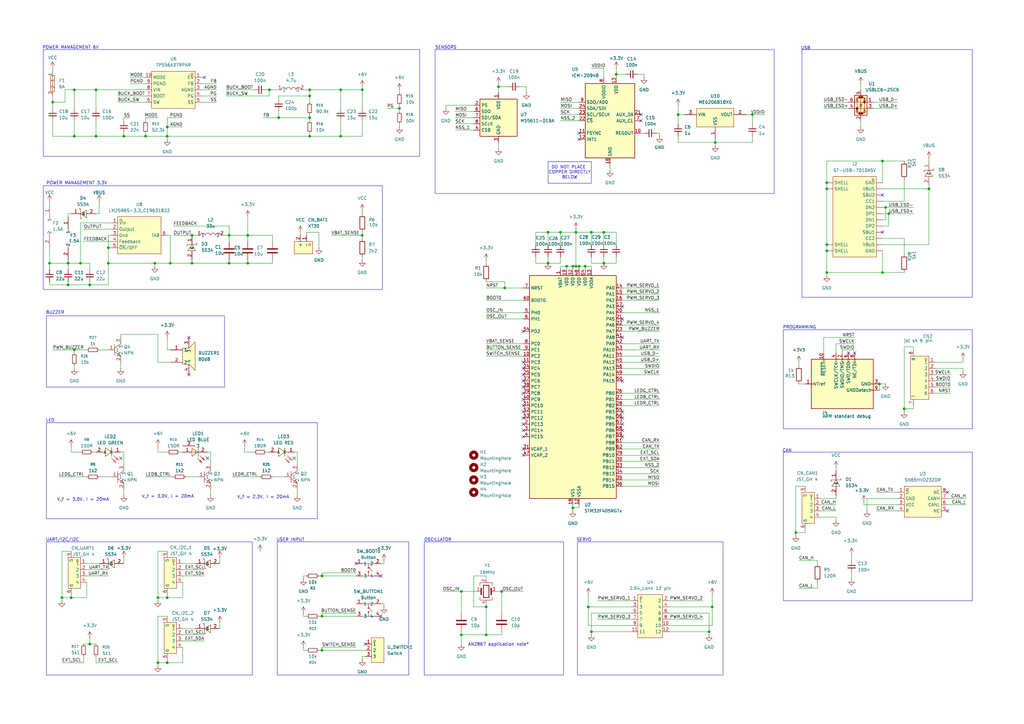
<source format=kicad_sch>
(kicad_sch (version 20250114) (generator "eeschema") (generator_version "9.0")
  (paper "A3")
  (rectangle (start 113.665 222.25) (end 167.64 276.86))
  (rectangle (start 178.435 20.32) (end 317.5 79.375))
  (rectangle (start 19.05 173.355) (end 130.175 212.725))
  (rectangle (start 19.05 129.54) (end 92.075 158.75))
  (rectangle (start 17.78 76.2) (end 156.845 118.745))
  (rectangle (start 321.31 185.42) (end 398.78 246.38))
  (rectangle (start 321.31 135.255) (end 398.78 175.895))
  (rectangle (start 224.79 66.294) (end 242.57 75.184))
  (rectangle (start 328.93 20.32) (end 398.78 121.92))
  (rectangle (start 19.05 222.25) (end 103.505 276.86))
  (rectangle (start 236.855 222.25) (end 296.545 276.86))
  (rectangle (start 173.99 222.25) (end 231.14 276.86))
  (rectangle (start 17.78 20.32) (end 172.085 64.135))
  (text "V_f = 3.0V, I = 20mA" (at 34.036 204.978 0) (effects (font (size 1.27 1.27))))
  (text "BUZZER\n" (at 22.606 128.27 0) (effects (font (size 1.27 1.27))))
  (text "SENSORS\n" (at 182.88 19.558 0) (effects (font (size 1.27 1.27))))
  (text "USER INPUT\n" (at 119.126 221.488 0) (effects (font (size 1.27 1.27))))
  (text "V_f = 2.3V, I = 20mA" (at 107.95 203.962 0) (effects (font (size 1.27 1.27))))
  (text "UART/I2C/I2C\n" (at 25.654 221.488 0) (effects (font (size 1.27 1.27))))
  (text "LED\n" (at 20.574 172.466 0) (effects (font (size 1.27 1.27))))
  (text "POWER MANAGEMENT 6V" (at 28.956 19.558 0) (effects (font (size 1.27 1.27))))
  (text "POWER MANAGEMENT 3.3V\n" (at 31.496 75.184 0) (effects (font (size 1.27 1.27))))
  (text "DO NOT PLACE \nCOPPER DIRECTLY\nBELOW\n\n" (at 233.68 71.755 0) (effects (font (size 1.27 1.27))))
  (text "OSCILLATOR\n" (at 179.578 221.488 0) (effects (font (size 1.27 1.27))))
  (text "SERVO\n" (at 239.522 221.488 0) (effects (font (size 1.27 1.27))))
  (text "V_f = 3.0V, I = 20mA" (at 68.834 203.708 0) (effects (font (size 1.27 1.27))))
  (text "USB" (at 330.454 19.812 0) (effects (font (size 1.27 1.27))))
  (text "AN2867 application note*\n" (at 204.47 264.414 0) (effects (font (size 1.27 1.27))))
  (text "CAN\n" (at 322.834 184.912 0) (effects (font (size 1.27 1.27))))
  (text "PROGRAMMING\n" (at 327.914 134.366 0) (effects (font (size 1.27 1.27))))
  (junction (at 224.79 95.25))
  (junction (at 139.7 36.83))
  (junction (at 64.77 271.78))
  (junction (at 30.48 143.51))
  (junction (at 20.32 107.95))
  (junction (at 101.6 107.95))
  (junction (at 78.74 96.52))
  (junction (at 36.83 264.16))
  (junction (at 360.68 157.48))
  (junction (at 27.94 116.84))
  (junction (at 148.59 96.52))
  (junction (at 148.59 36.83))
  (junction (at 364.49 87.63))
  (junction (at 339.09 77.47))
  (junction (at 93.98 96.52))
  (junction (at 39.37 36.83))
  (junction (at 139.7 55.88))
  (junction (at 68.58 271.78))
  (junction (at 339.09 111.76))
  (junction (at 370.84 167.64))
  (junction (at 132.08 266.7))
  (junction (at 308.61 46.99))
  (junction (at 132.08 252.73))
  (junction (at 78.74 107.95))
  (junction (at 59.69 55.88))
  (junction (at 127 48.26))
  (junction (at 50.8 55.88))
  (junction (at 381 77.47))
  (junction (at 205.74 242.57))
  (junction (at 363.22 85.09))
  (junction (at 63.5 107.95))
  (junction (at 29.21 245.11))
  (junction (at 69.85 107.95))
  (junction (at 234.95 208.28))
  (junction (at 132.08 236.22))
  (junction (at 339.09 102.87))
  (junction (at 127 55.88))
  (junction (at 236.22 109.22))
  (junction (at 199.39 248.92))
  (junction (at 189.23 242.57))
  (junction (at 101.6 96.52))
  (junction (at 339.09 100.33))
  (junction (at 25.4 245.11))
  (junction (at 237.49 109.22))
  (junction (at 207.01 118.11))
  (junction (at 44.45 107.95))
  (junction (at 236.22 95.25))
  (junction (at 247.65 107.95))
  (junction (at 64.77 245.11))
  (junction (at 114.3 48.26))
  (junction (at 21.59 41.91))
  (junction (at 30.48 55.88))
  (junction (at 229.87 95.25))
  (junction (at 110.49 36.83))
  (junction (at 224.79 107.95))
  (junction (at 189.23 260.35))
  (junction (at 240.03 109.22))
  (junction (at 290.83 259.08))
  (junction (at 199.39 260.35))
  (junction (at 68.58 52.07))
  (junction (at 339.09 74.93))
  (junction (at 242.57 95.25))
  (junction (at 27.94 107.95))
  (junction (at 252.73 30.48))
  (junction (at 361.95 111.76))
  (junction (at 30.48 36.83))
  (junction (at 292.1 248.92))
  (junction (at 44.45 101.6))
  (junction (at 234.95 109.22))
  (junction (at 232.41 109.22))
  (junction (at 293.37 58.42))
  (junction (at 68.58 55.88))
  (junction (at 361.95 66.04))
  (junction (at 326.39 218.44))
  (junction (at 127 36.83))
  (junction (at 247.65 95.25))
  (junction (at 241.3 248.92))
  (junction (at 278.13 46.99))
  (junction (at 242.57 259.08))
  (junction (at 204.47 35.56))
  (junction (at 33.02 107.95))
  (junction (at 163.83 44.45))
  (junction (at 68.58 245.11))
  (junction (at 127 39.37))
  (junction (at 93.98 107.95))
  (junction (at 36.83 116.84))
  (junction (at 39.37 55.88))
  (no_connect (at 255.27 168.91))
  (no_connect (at 85.09 187.96))
  (no_connect (at 49.53 187.96))
  (no_connect (at 214.63 186.69))
  (no_connect (at 262.89 46.99))
  (no_connect (at 83.82 31.75))
  (no_connect (at 237.49 57.15))
  (no_connect (at 214.63 171.45))
  (no_connect (at 255.27 171.45))
  (no_connect (at 214.63 168.91))
  (no_connect (at 214.63 161.29))
  (no_connect (at 255.27 130.81))
  (no_connect (at 255.27 125.73))
  (no_connect (at 156.21 236.22))
  (no_connect (at 388.62 201.93))
  (no_connect (at 347.98 144.78))
  (no_connect (at 214.63 176.53))
  (no_connect (at 149.86 264.16))
  (no_connect (at 255.27 156.21))
  (no_connect (at 156.21 252.73))
  (no_connect (at 214.63 135.89))
  (no_connect (at 120.65 187.96))
  (no_connect (at 214.63 156.21))
  (no_connect (at 361.95 95.25))
  (no_connect (at 255.27 179.07))
  (no_connect (at 77.47 138.43))
  (no_connect (at 255.27 173.99))
  (no_connect (at 255.27 138.43))
  (no_connect (at 146.05 231.14))
  (no_connect (at 255.27 176.53))
  (no_connect (at 262.89 49.53))
  (no_connect (at 214.63 179.07))
  (no_connect (at 350.52 144.78))
  (no_connect (at 214.63 166.37))
  (no_connect (at 214.63 163.83))
  (no_connect (at 214.63 151.13))
  (no_connect (at 77.47 153.67))
  (no_connect (at 237.49 54.61))
  (no_connect (at 214.63 184.15))
  (no_connect (at 214.63 158.75))
  (no_connect (at 361.95 80.01))
  (no_connect (at 214.63 148.59))
  (no_connect (at 214.63 173.99))
  (no_connect (at 388.62 209.55))
  (no_connect (at 214.63 153.67))
  (wire (pts (xy 148.59 95.25) (xy 148.59 96.52)))
  (wire (pts (xy 290.83 251.46) (xy 274.32 251.46)))
  (wire (pts (xy 255.27 148.59) (xy 270.51 148.59)))
  (wire (pts (xy 353.06 49.53) (xy 353.06 52.07)))
  (wire (pts (xy 234.95 109.22) (xy 232.41 109.22)))
  (wire (pts (xy 360.68 157.48) (xy 363.22 157.48)))
  (wire (pts (xy 326.39 199.39) (xy 326.39 218.44)))
  (wire (pts (xy 255.27 146.05) (xy 270.51 146.05)))
  (wire (pts (xy 381 64.77) (xy 381 66.04)))
  (wire (pts (xy 69.85 143.51) (xy 68.58 143.51)))
  (wire (pts (xy 342.9 203.2) (xy 342.9 204.47)))
  (wire (pts (xy 290.83 259.08) (xy 290.83 260.35)))
  (wire (pts (xy 26.67 41.91) (xy 26.67 36.83)))
  (wire (pts (xy 107.95 48.26) (xy 114.3 48.26)))
  (wire (pts (xy 148.59 86.36) (xy 148.59 87.63)))
  (wire (pts (xy 237.49 208.28) (xy 234.95 208.28)))
  (wire (pts (xy 364.49 87.63) (xy 364.49 92.71)))
  (wire (pts (xy 189.23 260.35) (xy 189.23 264.16)))
  (wire (pts (xy 69.85 107.95) (xy 78.74 107.95)))
  (wire (pts (xy 130.81 266.7) (xy 132.08 266.7)))
  (wire (pts (xy 255.27 163.83) (xy 270.51 163.83)))
  (wire (pts (xy 264.16 30.48) (xy 261.62 30.48)))
  (wire (pts (xy 111.76 195.58) (xy 116.84 195.58)))
  (wire (pts (xy 181.61 242.57) (xy 189.23 242.57)))
  (wire (pts (xy 205.74 259.08) (xy 205.74 260.35)))
  (wire (pts (xy 237.49 110.49) (xy 237.49 109.22)))
  (wire (pts (xy 247.65 27.94) (xy 247.65 31.75)))
  (wire (pts (xy 255.27 120.65) (xy 270.51 120.65)))
  (wire (pts (xy 361.95 77.47) (xy 381 77.47)))
  (wire (pts (xy 68.58 243.84) (xy 68.58 245.11)))
  (wire (pts (xy 242.57 95.25) (xy 242.57 100.33)))
  (wire (pts (xy 361.95 102.87) (xy 361.95 111.76)))
  (wire (pts (xy 255.27 186.69) (xy 270.51 186.69)))
  (wire (pts (xy 132.08 236.22) (xy 146.05 236.22)))
  (wire (pts (xy 25.4 271.78) (xy 34.29 271.78)))
  (wire (pts (xy 39.37 49.53) (xy 39.37 55.88)))
  (wire (pts (xy 370.84 142.24) (xy 374.65 142.24)))
  (wire (pts (xy 374.65 167.64) (xy 370.84 167.64)))
  (wire (pts (xy 247.65 95.25) (xy 242.57 95.25)))
  (wire (pts (xy 361.95 66.04) (xy 370.84 66.04)))
  (wire (pts (xy 132.08 252.73) (xy 146.05 252.73)))
  (wire (pts (xy 49.53 137.16) (xy 64.77 137.16)))
  (wire (pts (xy 194.31 236.22) (xy 194.31 248.92)))
  (wire (pts (xy 64.77 273.05) (xy 64.77 271.78)))
  (wire (pts (xy 90.17 255.27) (xy 90.17 257.81)))
  (wire (pts (xy 199.39 123.19) (xy 214.63 123.19)))
  (wire (pts (xy 270.51 55.88) (xy 270.51 54.61)))
  (wire (pts (xy 219.71 105.41) (xy 219.71 107.95)))
  (wire (pts (xy 337.82 41.91) (xy 347.98 41.91)))
  (wire (pts (xy 64.77 185.42) (xy 68.58 185.42)))
  (wire (pts (xy 35.56 245.11) (xy 29.21 245.11)))
  (wire (pts (xy 326.39 219.71) (xy 326.39 218.44)))
  (wire (pts (xy 36.83 115.57) (xy 36.83 116.84)))
  (wire (pts (xy 86.36 185.42) (xy 86.36 190.5)))
  (wire (pts (xy 339.09 100.33) (xy 339.09 102.87)))
  (wire (pts (xy 270.51 54.61) (xy 269.24 54.61)))
  (wire (pts (xy 24.13 195.58) (xy 35.56 195.58)))
  (wire (pts (xy 101.6 107.95) (xy 93.98 107.95)))
  (wire (pts (xy 132.08 266.7) (xy 149.86 266.7)))
  (wire (pts (xy 127 48.26) (xy 127 49.53)))
  (wire (pts (xy 290.83 259.08) (xy 290.83 251.46)))
  (wire (pts (xy 20.32 82.55) (xy 20.32 83.82)))
  (wire (pts (xy 125.73 236.22) (xy 124.46 236.22)))
  (wire (pts (xy 101.6 96.52) (xy 111.76 96.52)))
  (wire (pts (xy 68.58 55.88) (xy 68.58 57.15)))
  (wire (pts (xy 240.03 110.49) (xy 240.03 109.22)))
  (wire (pts (xy 363.22 85.09) (xy 361.95 85.09)))
  (wire (pts (xy 232.41 109.22) (xy 229.87 109.22)))
  (wire (pts (xy 101.6 107.95) (xy 111.76 107.95)))
  (wire (pts (xy 255.27 153.67) (xy 270.51 153.67)))
  (wire (pts (xy 242.57 259.08) (xy 242.57 260.35)))
  (wire (pts (xy 74.93 265.43) (xy 74.93 271.78)))
  (wire (pts (xy 21.59 49.53) (xy 21.59 55.88)))
  (wire (pts (xy 35.56 233.68) (xy 44.45 233.68)))
  (wire (pts (xy 25.4 246.38) (xy 25.4 245.11)))
  (wire (pts (xy 27.94 87.63) (xy 27.94 88.9)))
  (wire (pts (xy 204.47 35.56) (xy 204.47 38.1)))
  (wire (pts (xy 27.94 107.95) (xy 20.32 107.95)))
  (wire (pts (xy 255.27 196.85) (xy 270.51 196.85)))
  (wire (pts (xy 207.01 118.11) (xy 214.63 118.11)))
  (wire (pts (xy 132.08 234.95) (xy 132.08 236.22)))
  (wire (pts (xy 59.69 54.61) (xy 59.69 55.88)))
  (wire (pts (xy 242.57 27.94) (xy 247.65 27.94)))
  (wire (pts (xy 73.66 185.42) (xy 74.93 185.42)))
  (wire (pts (xy 363.22 85.09) (xy 374.65 85.09)))
  (wire (pts (xy 359.41 209.55) (xy 368.3 209.55)))
  (wire (pts (xy 34.29 264.16) (xy 36.83 264.16)))
  (wire (pts (xy 199.39 247.65) (xy 199.39 248.92)))
  (wire (pts (xy 337.82 138.43) (xy 337.82 144.78)))
  (wire (pts (xy 21.59 41.91) (xy 21.59 44.45)))
  (wire (pts (xy 252.73 27.94) (xy 252.73 30.48)))
  (wire (pts (xy 330.2 218.44) (xy 326.39 218.44)))
  (wire (pts (xy 364.49 87.63) (xy 361.95 87.63)))
  (wire (pts (xy 74.93 233.68) (xy 83.82 233.68)))
  (wire (pts (xy 20.32 115.57) (xy 20.32 116.84)))
  (wire (pts (xy 59.69 34.29) (xy 53.34 34.29)))
  (wire (pts (xy 199.39 115.57) (xy 207.01 115.57)))
  (wire (pts (xy 189.23 259.08) (xy 189.23 260.35)))
  (wire (pts (xy 38.1 185.42) (xy 39.37 185.42)))
  (wire (pts (xy 204.47 34.29) (xy 204.47 35.56)))
  (wire (pts (xy 71.12 96.52) (xy 78.74 96.52)))
  (wire (pts (xy 353.06 34.29) (xy 353.06 36.83)))
  (wire (pts (xy 50.8 55.88) (xy 59.69 55.88)))
  (wire (pts (xy 370.84 97.79) (xy 361.95 97.79)))
  (wire (pts (xy 30.48 149.86) (xy 30.48 151.13)))
  (wire (pts (xy 199.39 143.51) (xy 214.63 143.51)))
  (wire (pts (xy 123.19 95.25) (xy 123.19 96.52)))
  (wire (pts (xy 148.59 270.51) (xy 148.59 269.24)))
  (wire (pts (xy 146.05 234.95) (xy 132.08 234.95)))
  (wire (pts (xy 350.52 138.43) (xy 337.82 138.43)))
  (wire (pts (xy 34.29 93.98) (xy 45.72 93.98)))
  (wire (pts (xy 30.48 143.51) (xy 35.56 143.51)))
  (wire (pts (xy 342.9 204.47) (xy 336.55 204.47)))
  (wire (pts (xy 252.73 95.25) (xy 252.73 100.33)))
  (wire (pts (xy 39.37 36.83) (xy 39.37 44.45)))
  (wire (pts (xy 148.59 96.52) (xy 135.89 96.52)))
  (wire (pts (xy 242.57 259.08) (xy 242.57 251.46)))
  (wire (pts (xy 125.73 95.25) (xy 125.73 96.52)))
  (wire (pts (xy 370.84 97.79) (xy 370.84 104.14)))
  (wire (pts (xy 83.82 31.75) (xy 82.55 31.75)))
  (wire (pts (xy 44.45 101.6) (xy 44.45 96.52)))
  (wire (pts (xy 39.37 271.78) (xy 39.37 269.24)))
  (wire (pts (xy 364.49 92.71) (xy 361.95 92.71)))
  (wire (pts (xy 30.48 55.88) (xy 39.37 55.88)))
  (wire (pts (xy 241.3 248.92) (xy 259.08 248.92)))
  (wire (pts (xy 374.65 142.24) (xy 374.65 143.51)))
  (wire (pts (xy 383.54 148.59) (xy 394.97 148.59)))
  (wire (pts (xy 130.81 252.73) (xy 132.08 252.73)))
  (wire (pts (xy 53.34 48.26) (xy 50.8 48.26)))
  (wire (pts (xy 255.27 128.27) (xy 270.51 128.27)))
  (wire (pts (xy 148.59 36.83) (xy 148.59 35.56)))
  (wire (pts (xy 127 55.88) (xy 139.7 55.88)))
  (wire (pts (xy 255.27 118.11) (xy 270.51 118.11)))
  (wire (pts (xy 30.48 49.53) (xy 30.48 55.88)))
  (wire (pts (xy 194.31 248.92) (xy 199.39 248.92)))
  (wire (pts (xy 68.58 245.11) (xy 64.77 245.11)))
  (wire (pts (xy 336.55 209.55) (xy 342.9 209.55)))
  (wire (pts (xy 68.58 52.07) (xy 74.93 52.07)))
  (wire (pts (xy 358.14 44.45) (xy 368.3 44.45)))
  (wire (pts (xy 148.59 269.24) (xy 149.86 269.24)))
  (wire (pts (xy 236.22 93.98) (xy 236.22 95.25)))
  (wire (pts (xy 68.58 48.26) (xy 68.58 52.07)))
  (wire (pts (xy 86.36 200.66) (xy 86.36 203.2)))
  (wire (pts (xy 255.27 191.77) (xy 270.51 191.77)))
  (wire (pts (xy 339.09 111.76) (xy 339.09 113.03)))
  (wire (pts (xy 255.27 199.39) (xy 270.51 199.39)))
  (wire (pts (xy 114.3 45.72) (xy 114.3 48.26)))
  (wire (pts (xy 388.62 207.01) (xy 396.24 207.01)))
  (wire (pts (xy 292.1 256.54) (xy 292.1 248.92)))
  (wire (pts (xy 71.12 92.71) (xy 93.98 92.71)))
  (wire (pts (xy 68.58 55.88) (xy 127 55.88)))
  (wire (pts (xy 189.23 251.46) (xy 189.23 242.57)))
  (wire (pts (xy 255.27 166.37) (xy 270.51 166.37)))
  (wire (pts (xy 199.39 236.22) (xy 194.31 236.22)))
  (wire (pts (xy 205.74 242.57) (xy 214.63 242.57)))
  (wire (pts (xy 224.79 95.25) (xy 224.79 100.33)))
  (wire (pts (xy 158.75 44.45) (xy 163.83 44.45)))
  (wire (pts (xy 186.69 53.34) (xy 194.31 53.34)))
  (wire (pts (xy 335.28 241.3) (xy 327.66 241.3)))
  (wire (pts (xy 76.2 195.58) (xy 81.28 195.58)))
  (wire (pts (xy 124.46 36.83) (xy 127 36.83)))
  (wire (pts (xy 255.27 161.29) (xy 270.51 161.29)))
  (wire (pts (xy 29.21 185.42) (xy 33.02 185.42)))
  (wire (pts (xy 199.39 128.27) (xy 214.63 128.27)))
  (wire (pts (xy 148.59 55.88) (xy 139.7 55.88)))
  (wire (pts (xy 130.81 101.6) (xy 130.81 95.25)))
  (wire (pts (xy 36.83 264.16) (xy 39.37 264.16)))
  (wire (pts (xy 36.83 116.84) (xy 44.45 116.84)))
  (wire (pts (xy 68.58 252.73) (xy 64.77 252.73)))
  (wire (pts (xy 163.83 50.8) (xy 163.83 52.07)))
  (wire (pts (xy 127 39.37) (xy 127 41.91)))
  (wire (pts (xy 93.98 96.52) (xy 93.98 99.06)))
  (wire (pts (xy 139.7 36.83) (xy 139.7 44.45)))
  (wire (pts (xy 64.77 48.26) (xy 59.69 48.26)))
  (wire (pts (xy 242.57 109.22) (xy 240.03 109.22)))
  (wire (pts (xy 26.67 36.83) (xy 30.48 36.83)))
  (wire (pts (xy 132.08 265.43) (xy 132.08 266.7)))
  (wire (pts (xy 127 54.61) (xy 127 55.88)))
  (wire (pts (xy 29.21 87.63) (xy 27.94 87.63)))
  (wire (pts (xy 21.59 39.37) (xy 21.59 41.91)))
  (wire (pts (xy 242.57 95.25) (xy 236.22 95.25)))
  (wire (pts (xy 199.39 146.05) (xy 214.63 146.05)))
  (wire (pts (xy 278.13 58.42) (xy 293.37 58.42)))
  (wire (pts (xy 234.95 208.28) (xy 234.95 209.55)))
  (wire (pts (xy 110.49 39.37) (xy 110.49 36.83)))
  (wire (pts (xy 293.37 58.42) (xy 293.37 57.15)))
  (wire (pts (xy 29.21 245.11) (xy 25.4 245.11)))
  (wire (pts (xy 74.93 271.78) (xy 68.58 271.78)))
  (wire (pts (xy 370.84 73.66) (xy 370.84 82.55)))
  (wire (pts (xy 199.39 130.81) (xy 214.63 130.81)))
  (wire (pts (xy 44.45 107.95) (xy 44.45 101.6)))
  (wire (pts (xy 20.32 107.95) (xy 20.32 110.49)))
  (wire (pts (xy 53.34 31.75) (xy 59.69 31.75)))
  (wire (pts (xy 111.76 96.52) (xy 111.76 99.06)))
  (wire (pts (xy 339.09 66.04) (xy 339.09 74.93)))
  (wire (pts (xy 381 100.33) (xy 381 77.47)))
  (wire (pts (xy 229.87 44.45) (xy 237.49 44.45)))
  (wire (pts (xy 336.55 207.01) (xy 342.9 207.01)))
  (wire (pts (xy 368.3 204.47) (xy 355.6 204.47)))
  (wire (pts (xy 59.69 48.26) (xy 59.69 49.53)))
  (wire (pts (xy 74.93 245.11) (xy 68.58 245.11)))
  (wire (pts (xy 34.29 99.06) (xy 45.72 99.06)))
  (wire (pts (xy 163.83 43.18) (xy 163.83 44.45)))
  (wire (pts (xy 39.37 55.88) (xy 50.8 55.88)))
  (wire (pts (xy 146.05 251.46) (xy 132.08 251.46)))
  (wire (pts (xy 252.73 30.48) (xy 256.54 30.48)))
  (wire (pts (xy 40.64 87.63) (xy 39.37 87.63)))
  (wire (pts (xy 278.13 46.99) (xy 280.67 46.99)))
  (wire (pts (xy 383.54 156.21) (xy 389.89 156.21)))
  (wire (pts (xy 242.57 251.46) (xy 259.08 251.46)))
  (wire (pts (xy 252.73 107.95) (xy 247.65 107.95)))
  (wire (pts (xy 259.08 254) (xy 245.11 254)))
  (wire (pts (xy 229.87 41.91) (xy 237.49 41.91)))
  (wire (pts (xy 127 36.83) (xy 127 39.37)))
  (wire (pts (xy 361.95 111.76) (xy 370.84 111.76)))
  (wire (pts (xy 48.26 271.78) (xy 39.37 271.78)))
  (wire (pts (xy 39.37 36.83) (xy 30.48 36.83)))
  (wire (pts (xy 125.73 252.73) (xy 124.46 252.73)))
  (wire (pts (xy 163.83 36.83) (xy 163.83 38.1)))
  (wire (pts (xy 255.27 140.97) (xy 270.51 140.97)))
  (wire (pts (xy 274.32 254) (xy 288.29 254)))
  (wire (pts (xy 36.83 261.62) (xy 36.83 264.16)))
  (wire (pts (xy 336.55 212.09) (xy 342.9 212.09)))
  (wire (pts (xy 64.77 252.73) (xy 64.77 271.78)))
  (wire (pts (xy 132.08 251.46) (xy 132.08 252.73)))
  (wire (pts (xy 148.59 96.52) (xy 148.59 97.79)))
  (wire (pts (xy 330.2 199.39) (xy 326.39 199.39)))
  (wire (pts (xy 204.47 58.42) (xy 204.47 60.96)))
  (wire (pts (xy 146.05 265.43) (xy 132.08 265.43)))
  (wire (pts (xy 383.54 153.67) (xy 389.89 153.67)))
  (wire (pts (xy 92.71 39.37) (xy 110.49 39.37)))
  (wire (pts (xy 78.74 107.95) (xy 93.98 107.95)))
  (wire (pts (xy 49.53 137.16) (xy 49.53 138.43)))
  (wire (pts (xy 148.59 49.53) (xy 148.59 55.88)))
  (wire (pts (xy 255.27 151.13) (xy 270.51 151.13)))
  (wire (pts (xy 21.59 143.51) (xy 30.48 143.51)))
  (wire (pts (xy 215.9 35.56) (xy 215.9 38.1)))
  (wire (pts (xy 241.3 256.54) (xy 259.08 256.54)))
  (wire (pts (xy 25.4 226.06) (xy 25.4 245.11)))
  (wire (pts (xy 44.45 101.6) (xy 45.72 101.6)))
  (wire (pts (xy 335.28 229.87) (xy 335.28 231.14)))
  (wire (pts (xy 27.94 115.57) (xy 27.94 116.84)))
  (wire (pts (xy 342.9 191.77) (xy 342.9 193.04)))
  (wire (pts (xy 242.57 107.95) (xy 242.57 105.41)))
  (wire (pts (xy 68.58 96.52) (xy 69.85 96.52)))
  (wire (pts (xy 27.94 107.95) (xy 27.94 110.49)))
  (wire (pts (xy 50.8 54.61) (xy 50.8 55.88)))
  (wire (pts (xy 224.79 107.95) (xy 229.87 107.95)))
  (wire (pts (xy 74.93 257.81) (xy 80.01 257.81)))
  (wire (pts (xy 148.59 36.83) (xy 148.59 44.45)))
  (wire (pts (xy 374.65 167.64) (xy 374.65 166.37)))
  (wire (pts (xy 85.09 185.42) (xy 86.36 185.42)))
  (wire (pts (xy 48.26 41.91) (xy 59.69 41.91)))
  (wire (pts (xy 205.74 260.35) (xy 199.39 260.35)))
  (wire (pts (xy 229.87 109.22) (xy 229.87 110.49)))
  (wire (pts (xy 157.48 231.14) (xy 156.21 231.14)))
  (wire (pts (xy 361.95 111.76) (xy 339.09 111.76)))
  (wire (pts (xy 342.9 212.09) (xy 342.9 213.36)))
  (wire (pts (xy 252.73 95.25) (xy 247.65 95.25)))
  (wire (pts (xy 139.7 36.83) (xy 148.59 36.83)))
  (wire (pts (xy 182.88 44.45) (xy 182.88 43.18)))
  (wire (pts (xy 163.83 44.45) (xy 163.83 45.72)))
  (wire (pts (xy 74.93 238.76) (xy 74.93 245.11)))
  (wire (pts (xy 93.98 92.71) (xy 93.98 96.52)))
  (wire (pts (xy 101.6 96.52) (xy 101.6 99.06)))
  (wire (pts (xy 64.77 226.06) (xy 64.77 245.11)))
  (wire (pts (xy 236.22 95.25) (xy 236.22 109.22)))
  (wire (pts (xy 64.77 137.16) (xy 64.77 148.59)))
  (wire (pts (xy 186.69 48.26) (xy 194.31 48.26)))
  (wire (pts (xy 359.41 201.93) (xy 368.3 201.93)))
  (wire (pts (xy 339.09 74.93) (xy 339.09 77.47)))
  (wire (pts (xy 203.2 242.57) (xy 205.74 242.57)))
  (wire (pts (xy 49.53 148.59) (xy 49.53 151.13)))
  (wire (pts (xy 255.27 189.23) (xy 270.51 189.23)))
  (wire (pts (xy 292.1 256.54) (xy 274.32 256.54)))
  (wire (pts (xy 121.92 185.42) (xy 121.92 190.5)))
  (wire (pts (xy 241.3 248.92) (xy 241.3 243.84)))
  (wire (pts (xy 82.55 41.91) (xy 88.9 41.91)))
  (wire (pts (xy 29.21 243.84) (xy 29.21 245.11)))
  (wire (pts (xy 293.37 58.42) (xy 308.61 58.42)))
  (wire (pts (xy 63.5 107.95) (xy 69.85 107.95)))
  (wire (pts (xy 381 76.2) (xy 381 77.47)))
  (wire (pts (xy 148.59 105.41) (xy 148.59 106.68)))
  (wire (pts (xy 345.44 143.51) (xy 345.44 144.78)))
  (wire (pts (xy 157.48 248.92) (xy 157.48 247.65)))
  (wire (pts (xy 259.08 259.08) (xy 242.57 259.08)))
  (wire (pts (xy 199.39 248.92) (xy 199.39 260.35)))
  (wire (pts (xy 241.3 256.54) (xy 241.3 248.92)))
  (wire (pts (xy 64.77 182.88) (xy 64.77 185.42)))
  (wire (pts (xy 274.32 246.38) (xy 288.29 246.38)))
  (wire (pts (xy 82.55 39.37) (xy 88.9 39.37)))
  (wire (pts (xy 292.1 248.92) (xy 292.1 243.84)))
  (wire (pts (xy 124.46 266.7) (xy 125.73 266.7)))
  (wire (pts (xy 50.8 48.26) (xy 50.8 49.53)))
  (wire (pts (xy 278.13 58.42) (xy 278.13 55.88)))
  (wire (pts (xy 308.61 58.42) (xy 308.61 55.88)))
  (wire (pts (xy 339.09 102.87) (xy 339.09 111.76)))
  (wire (pts (xy 388.62 204.47) (xy 396.24 204.47)))
  (wire (pts (xy 361.95 66.04) (xy 339.09 66.04)))
  (wire (pts (xy 278.13 43.18) (xy 278.13 46.99)))
  (wire (pts (xy 74.93 236.22) (xy 83.82 236.22)))
  (wire (pts (xy 130.81 236.22) (xy 132.08 236.22)))
  (wire (pts (xy 20.32 101.6) (xy 20.32 107.95)))
  (wire (pts (xy 74.93 262.89) (xy 83.82 262.89)))
  (wire (pts (xy 59.69 55.88) (xy 68.58 55.88)))
  (wire (pts (xy 358.14 41.91) (xy 368.3 41.91)))
  (wire (pts (xy 327.66 157.48) (xy 330.2 157.48)))
  (wire (pts (xy 27.94 107.95) (xy 33.02 107.95)))
  (wire (pts (xy 219.71 95.25) (xy 224.79 95.25)))
  (wire (pts (xy 335.28 238.76) (xy 335.28 241.3)))
  (wire (pts (xy 234.95 207.01) (xy 234.95 208.28)))
  (wire (pts (xy 35.56 236.22) (xy 44.45 236.22)))
  (wire (pts (xy 29.21 226.06) (xy 25.4 226.06)))
  (wire (pts (xy 370.84 142.24) (xy 370.84 167.64)))
  (wire (pts (xy 255.27 143.51) (xy 270.51 143.51)))
  (wire (pts (xy 35.56 231.14) (xy 40.64 231.14)))
  (wire (pts (xy 120.65 185.42) (xy 121.92 185.42)))
  (wire (pts (xy 229.87 95.25) (xy 236.22 95.25)))
  (wire (pts (xy 237.49 109.22) (xy 236.22 109.22)))
  (wire (pts (xy 63.5 107.95) (xy 63.5 109.22)))
  (wire (pts (xy 33.02 91.44) (xy 45.72 91.44)))
  (wire (pts (xy 114.3 39.37) (xy 127 39.37)))
  (wire (pts (xy 44.45 116.84) (xy 44.45 107.95)))
  (wire (pts (xy 139.7 49.53) (xy 139.7 55.88)))
  (wire (pts (xy 48.26 39.37) (xy 59.69 39.37)))
  (wire (pts (xy 127 46.99) (xy 127 48.26)))
  (wire (pts (xy 250.19 67.31) (xy 250.19 69.85)))
  (wire (pts (xy 68.58 52.07) (xy 68.58 55.88)))
  (wire (pts (xy 78.74 96.52) (xy 81.28 96.52)))
  (wire (pts (xy 109.22 36.83) (xy 110.49 36.83)))
  (wire (pts (xy 255.27 123.19) (xy 270.51 123.19)))
  (wire (pts (xy 30.48 143.51) (xy 30.48 144.78)))
  (wire (pts (xy 34.29 271.78) (xy 34.29 269.24)))
  (wire (pts (xy 130.81 95.25) (xy 125.73 95.25)))
  (wire (pts (xy 186.69 50.8) (xy 194.31 50.8)))
  (wire (pts (xy 44.45 96.52) (xy 45.72 96.52)))
  (wire (pts (xy 342.9 140.97) (xy 342.9 144.78)))
  (wire (pts (xy 92.71 36.83) (xy 104.14 36.83)))
  (wire (pts (xy 157.48 229.87) (xy 157.48 231.14)))
  (wire (pts (xy 40.64 195.58) (xy 45.72 195.58)))
  (wire (pts (xy 40.64 143.51) (xy 44.45 143.51)))
  (wire (pts (xy 30.48 36.83) (xy 30.48 44.45)))
  (wire (pts (xy 50.8 200.66) (xy 50.8 203.2)))
  (wire (pts (xy 360.68 160.02) (xy 360.68 157.48)))
  (wire (pts (xy 124.46 252.73) (xy 124.46 251.46)))
  (wire (pts (xy 27.94 116.84) (xy 36.83 116.84)))
  (wire (pts (xy 236.22 109.22) (xy 234.95 109.22)))
  (wire (pts (xy 255.27 181.61) (xy 270.51 181.61)))
  (wire (pts (xy 110.49 36.83) (xy 114.3 36.83)))
  (wire (pts (xy 95.25 195.58) (xy 106.68 195.58)))
  (wire (pts (xy 219.71 95.25) (xy 219.71 100.33)))
  (wire (pts (xy 74.93 231.14) (xy 80.01 231.14)))
  (wire (pts (xy 274.32 259.08) (xy 290.83 259.08)))
  (wire (pts (xy 229.87 95.25) (xy 229.87 100.33)))
  (wire (pts (xy 255.27 194.31) (xy 270.51 194.31)))
  (wire (pts (xy 199.39 140.97) (xy 214.63 140.97)))
  (wire (pts (xy 91.44 96.52) (xy 93.98 96.52)))
  (wire (pts (xy 49.53 185.42) (xy 50.8 185.42)))
  (wire (pts (xy 330.2 217.17) (xy 330.2 218.44)))
  (wire (pts (xy 59.69 195.58) (xy 71.12 195.58)))
  (wire (pts (xy 114.3 40.64) (xy 114.3 39.37)))
  (wire (pts (xy 255.27 135.89) (xy 270.51 135.89)))
  (wire (pts (xy 252.73 105.41) (xy 252.73 107.95)))
  (wire (pts (xy 124.46 265.43) (xy 124.46 266.7)))
  (wire (pts (xy 213.36 35.56) (xy 215.9 35.56)))
  (wire (pts (xy 35.56 238.76) (xy 35.56 245.11)))
  (wire (pts (xy 182.88 43.18) (xy 194.31 43.18)))
  (wire (pts (xy 262.89 54.61) (xy 264.16 54.61)))
  (wire (pts (xy 327.66 148.59) (xy 327.66 149.86)))
  (wire (pts (xy 93.98 96.52) (xy 101.6 96.52)))
  (wire (pts (xy 33.02 91.44) (xy 33.02 107.95)))
  (wire (pts (xy 29.21 182.88) (xy 29.21 185.42)))
  (wire (pts (xy 21.59 27.94) (xy 21.59 29.21)))
  (wire (pts (xy 40.64 82.55) (xy 40.64 87.63)))
  (wire (pts (xy 363.22 90.17) (xy 361.95 90.17)))
  (wire (pts (xy 21.59 55.88) (xy 30.48 55.88)))
  (wire (pts (xy 114.3 48.26) (xy 127 48.26)))
  (wire (pts (xy 308.61 46.99) (xy 313.69 46.99)))
  (wire (pts (xy 82.55 34.29) (xy 88.9 34.29)))
  (wire (pts (xy 349.25 234.95) (xy 349.25 237.49)))
  (wire (pts (xy 354.33 205.74) (xy 354.33 207.01)))
  (wire (pts (xy 370.84 168.91) (xy 370.84 167.64)))
  (wire (pts (xy 264.16 31.75) (xy 264.16 30.48)))
  (wire (pts (xy 68.58 143.51) (xy 68.58 138.43)))
  (wire (pts (xy 224.79 95.25) (xy 229.87 95.25)))
  (wire (pts (xy 354.33 207.01) (xy 368.3 207.01)))
  (wire (pts (xy 394.97 151.13) (xy 394.97 152.4)))
  (wire (pts (xy 36.83 110.49) (xy 36.83 107.95)))
  (wire (pts (xy 350.52 140.97) (xy 342.9 140.97)))
  (wire (pts (xy 50.8 228.6) (xy 50.8 231.14)))
  (wire (pts (xy 204.47 35.56) (xy 208.28 35.56)))
  (wire (pts (xy 383.54 158.75) (xy 389.89 158.75)))
  (wire (pts (xy 363.22 85.09) (xy 363.22 90.17)))
  (wire (pts (xy 74.93 260.35) (xy 83.82 260.35)))
  (wire (pts (xy 207.01 115.57) (xy 207.01 118.11)))
  (wire (pts (xy 361.95 66.04) (xy 361.95 74.93)))
  (wire (pts (xy 20.32 116.84) (xy 27.94 116.84)))
  (wire (pts (xy 383.54 151.13) (xy 394.97 151.13)))
  (wire (pts (xy 237.49 207.01) (xy 237.49 208.28)))
  (wire (pts (xy 101.6 106.68) (xy 101.6 107.95)))
  (wire (pts (xy 68.58 271.78) (xy 64.77 271.78)))
  (wire (pts (xy 247.65 107.95) (xy 247.65 105.41)))
  (wire (pts (xy 82.55 36.83) (xy 88.9 36.83)))
  (wire (pts (xy 361.95 100.33) (xy 381 100.33)))
  (wire (pts (xy 364.49 87.63) (xy 374.65 87.63)))
  (wire (pts (xy 121.92 200.66) (xy 121.92 203.2)))
  (wire (pts (xy 127 36.83) (xy 139.7 36.83)))
  (wire (pts (xy 308.61 46.99) (xy 306.07 46.99)))
  (wire (pts (xy 100.33 182.88) (xy 100.33 185.42)))
  (wire (pts (xy 189.23 242.57) (xy 195.58 242.57)))
  (wire (pts (xy 100.33 185.42) (xy 104.14 185.42)))
  (wire (pts (xy 259.08 246.38) (xy 245.11 246.38)))
  (wire (pts (xy 90.17 228.6) (xy 90.17 231.14)))
  (wire (pts (xy 278.13 50.8) (xy 278.13 46.99)))
  (wire (pts (xy 292.1 248.92) (xy 274.32 248.92)))
  (wire (pts (xy 101.6 96.52) (xy 101.6 88.9)))
  (wire (pts (xy 242.57 110.49) (xy 242.57 109.22)))
  (wire (pts (xy 27.94 106.68) (xy 27.94 107.95)))
  (wire (pts (xy 308.61 50.8) (xy 308.61 46.99)))
  (wire (pts (xy 64.77 148.59) (xy 69.85 148.59)))
  (wire (pts (xy 293.37 58.42) (xy 293.37 59.69)))
  (wire (pts (xy 234.95 110.49) (xy 234.95 109.22)))
  (wire (pts (xy 255.27 184.15) (xy 270.51 184.15)))
  (wire (pts (xy 109.22 185.42) (xy 110.49 185.42)))
  (wire (pts (xy 232.41 110.49) (xy 232.41 109.22)))
  (wire (pts (xy 186.69 45.72) (xy 194.31 45.72)))
  (wire (pts (xy 64.77 246.38) (xy 64.77 245.11)))
  (wire (pts (xy 350.52 143.51) (xy 345.44 143.51)))
  (wire (pts (xy 229.87 49.53) (xy 237.49 49.53)))
  (wire (pts (xy 229.87 46.99) (xy 237.49 46.99)))
  (wire (pts (xy 39.37 36.83) (xy 59.69 36.83)))
  (wire (pts (xy 242.57 107.95) (xy 247.65 107.95)))
  (wire (pts (xy 355.6 204.47) (xy 355.6 209.55)))
  (wire (pts (xy 68.58 226.06) (xy 64.77 226.06)))
  (wire (pts (xy 205.74 242.57) (xy 205.74 251.46)))
  (wire (pts (xy 339.09 77.47) (xy 339.09 100.33)))
  (wire (pts (xy 68.58 270.51) (xy 68.58 271.78)))
  (wire (pts (xy 199.39 236.22) (xy 199.39 237.49)))
  (wire (pts (xy 199.39 260.35) (xy 189.23 260.35)))
  (wire (pts (xy 78.74 106.68) (xy 78.74 107.95)))
  (wire (pts (xy 370.84 82.55) (xy 361.95 82.55)))
  (wire (pts (xy 327.66 229.87) (xy 335.28 229.87)))
  (wire (pts (xy 349.25 227.33) (xy 349.25 229.87)))
  (wire (pts (xy 224.79 107.95) (xy 224.79 105.41)))
  (wire (pts (xy 21.59 41.91) (xy 26.67 41.91)))
  (wire (pts (xy 247.65 95.25) (xy 247.65 100.33)))
  (wire (pts (xy 394.97 148.59) (xy 394.97 147.32)))
  (wire (pts (xy 111.76 107.95) (xy 111.76 106.68)))
  (wire (pts (xy 74.93 48.26) (xy 68.58 48.26)))
  (wire (pts (xy 219.71 107.95) (xy 224.79 107.95)))
  (wire (pts (xy 240.03 109.22) (xy 237.49 109.22)))
  (wire (pts (xy 199.39 107.95) (xy 199.39 106.68)))
  (wire (pts (xy 50.8 185.42) (xy 50.8 190.5)))
  (wire (pts (xy 229.87 107.95) (xy 229.87 105.41)))
  (wire (pts (xy 44.45 107.95) (xy 63.5 107.95)))
  (wire (pts (xy 252.73 30.48) (xy 252.73 31.75)))
  (wire (pts (xy 69.85 96.52) (xy 69.85 107.95)))
  (wire (pts (xy 383.54 161.29) (xy 389.89 161.29)))
  (wire (pts (xy 157.48 247.65) (xy 156.21 247.65)))
  (wire (pts (xy 36.83 107.95) (xy 33.02 107.95)))
  (wire (pts (xy 199.39 118.11) (xy 207.01 118.11)))
  (wire (pts (xy 255.27 133.35) (xy 270.51 133.35)))
  (wire (pts (xy 124.46 236.22) (xy 124.46 237.49)))
  (wire (pts (xy 337.82 44.45) (xy 347.98 44.45)))
  (wire (pts (xy 93.98 106.68) (xy 93.98 107.95)))
  (label "PWM_SERVO_3" (at 270.51 123.19 180))
  (label "USB_D-" (at 368.3 41.91 180))
  (label "BUCK_SW" (at 92.71 39.37 0))
  (label "SCK" (at 270.51 194.31 180))
  (label "LEDG_CTRL" (at 24.13 195.58 0))
  (label "USB_D+" (at 368.3 44.45 180))
  (label "SWDIO" (at 389.89 156.21 180))
  (label "USB_D-" (at 270.51 146.05 180))
  (label "AGND" (at 74.93 52.07 180))
  (label "USB_D+" (at 270.51 148.59 180))
  (label "PWM_SERVO_2" (at 270.51 120.65 180))
  (label "EXT_SCL" (at 83.82 260.35 180))
  (label "FEEDBACK" (at 71.12 92.71 0))
  (label "USB_ESD+" (at 374.65 87.63 180))
  (label "SWDIO" (at 270.51 151.13 180))
  (label "LEDR_CTRL" (at 270.51 166.37 180))
  (label "PWM_SERVO_4" (at 270.51 133.35 180))
  (label "NRST" (at 350.52 138.43 180))
  (label "EXT_SDA" (at 83.82 236.22 180))
  (label "CAN_L" (at 327.66 241.3 0))
  (label "CAN_H" (at 396.24 204.47 180))
  (label "CAN_TX" (at 359.41 201.93 0))
  (label "CAN_RX" (at 359.41 209.55 0))
  (label "USB_ESD-" (at 374.65 85.09 180))
  (label "UART_RX" (at 270.51 143.51 180))
  (label "OSC_IN" (at 199.39 128.27 0))
  (label "BUCK_SW" (at 48.26 41.91 0))
  (label "LEDG_CTRL" (at 270.51 161.29 180))
  (label "BUCK_BOOT" (at 92.71 36.83 0))
  (label "SS" (at 88.9 41.91 180))
  (label "NRST" (at 389.89 161.29 180))
  (label "MOSI" (at 186.69 48.26 0))
  (label "USB_ESD-" (at 337.82 41.91 0))
  (label "SS" (at 53.34 48.26 180))
  (label "AGND" (at 88.9 36.83 180))
  (label "PWM_SERVO_4" (at 288.29 254 180))
  (label "PWM_BUZZER" (at 21.59 143.51 0))
  (label "FEEDBACK" (at 34.29 99.06 0))
  (label "NSS_1" (at 270.51 128.27 180))
  (label "BOOT0" (at 389.89 158.75 180))
  (label "VBAT_SENSE" (at 135.89 96.52 0))
  (label "UART_TX" (at 44.45 233.68 180))
  (label "EXT_SCL" (at 83.82 233.68 180))
  (label "CAN_RX" (at 270.51 181.61 180))
  (label "BUTTON_SENSE" (at 146.05 251.46 180))
  (label "FB" (at 88.9 34.29 180))
  (label "LEDB_CTRL" (at 59.69 195.58 0))
  (label "OSC_OUT" (at 214.63 242.57 180))
  (label "SWDIO" (at 350.52 143.51 180))
  (label "BUCK_BOOT" (at 48.26 39.37 0))
  (label "SCK" (at 186.69 50.8 0))
  (label "NSS_2" (at 270.51 191.77 180))
  (label "EXT_SDA" (at 83.82 262.89 180))
  (label "PWM_SERVO_3" (at 245.11 254 0))
  (label "LEDR_CTRL" (at 95.25 195.58 0))
  (label "VBAT_SENSE" (at 199.39 140.97 0))
  (label "CAN_H" (at 327.66 229.87 0))
  (label "BOOT0" (at 199.39 123.19 0))
  (label "OUTPUT" (at 71.12 96.52 0))
  (label "PG" (at 88.9 39.37 180))
  (label "MOSI" (at 270.51 199.39 180))
  (label "CAN_H" (at 342.9 207.01 180))
  (label "SWITCH_SENSE" (at 199.39 146.05 0))
  (label "PWM_SERVO_2" (at 288.29 246.38 180))
  (label "MOSI" (at 229.87 44.45 0))
  (label "MISO" (at 229.87 41.91 0))
  (label "NSS_1" (at 186.69 53.34 0))
  (label "NRST" (at 199.39 118.11 0))
  (label "CAN_L" (at 396.24 207.01 180))
  (label "USB_ESD+" (at 337.82 44.45 0))
  (label "MISO" (at 270.51 196.85 180))
  (label "PWM_SERVO_1" (at 245.11 246.38 0))
  (label "OUTPUT" (at 34.29 93.98 0))
  (label "MODE" (at 53.34 31.75 0))
  (label "SCK" (at 229.87 46.99 0))
  (label "PWM_SERVO_1" (at 270.51 118.11 180))
  (label "UART_TX" (at 270.51 140.97 180))
  (label "EXT_SCL" (at 48.26 271.78 180))
  (label "LEDB_CTRL" (at 270.51 163.83 180))
  (label "BUTTON_SENSE" (at 199.39 143.51 0))
  (label "UART_RX" (at 44.45 236.22 180))
  (label "MODE" (at 64.77 48.26 180))
  (label "CAN_L" (at 342.9 209.55 180))
  (label "SWCLK" (at 389.89 153.67 180))
  (label "SWCLK" (at 270.51 153.67 180))
  (label "PG" (at 158.75 44.45 0))
  (label "BOOT0" (at 146.05 234.95 180))
  (label "FB" (at 107.95 48.26 0))
  (label "SWITCH_SENSE" (at 146.05 265.43 180))
  (label "VDDIO" (at 242.57 27.94 0))
  (label "OSC_IN" (at 181.61 242.57 0))
  (label "VDDIO" (at 313.69 46.99 180))
  (label "MISO" (at 186.69 45.72 0))
  (label "EXT_SDA" (at 270.51 189.23 180))
  (label "SWCLK" (at 350.52 140.97 180))
  (label "EXT_SCL" (at 25.4 271.78 0))
  (label "PWM_BUZZER" (at 270.51 135.89 180))
  (label "PGND" (at 53.34 34.29 0))
  (label "NSS_2" (at 229.87 49.53 0))
  (label "EXT_SCL" (at 270.51 186.69 180))
  (label "PGND" (at 74.93 48.26 180))
  (label "CAN_TX" (at 270.51 184.15 180))
  (label "OSC_OUT" (at 199.39 130.81 0))
  (symbol (lib_id "power:+3.3V") (at 278.13 43.18 0) (unit 1)
    (property "Reference" "#PWR040" (effects (hide yes)))
    (property "Value" "+3.3V" (at 278.13 38.1 0))
    (property "Description" "Power symbol creates a global label with name \"+3.3V\"" (effects (hide yes)))
  )
  (symbol (lib_id "Device:R") (at 335.28 234.95 0) (unit 1)
    (property "Reference" "R5" (at 337.82 233.6799 0) (effects (justify left)))
    (property "Value" "120R" (at 337.82 236.2199 0) (effects (justify left)))
    (property "Footprint" "Resistor_SMD:R_0603_1608Metric" (effects (hide yes)))
    (property "Description" "Resistor" (effects (hide yes)))
    (property "LCSC Part" "C22787" (effects (hide yes)))
  )
  (symbol (lib_id "Device:C") (at 111.76 102.87 0) (mirror y) (unit 1)
    (property "Reference" "C7" (at 107.95 101.5999 0) (effects (justify left)))
    (property "Value" "10u" (at 107.95 104.1399 0) (effects (justify left)))
    (property "Footprint" "Capacitor_SMD:C_0201_0603Metric" (effects (hide yes)))
    (property "Description" "Unpolarized capacitor" (effects (hide yes)))
    (property "LCSC Part" "C19702" (effects (hide yes)))
  )
  (symbol (lib_id "Sensor_Pressure:MS5611-01BA") (at 204.47 48.26 0) (unit 1)
    (property "Reference" "U7" (at 213.36 46.9899 0) (effects (justify left)))
    (property "Value" "MS5611-01BA" (at 213.36 49.5299 0) (effects (justify left)))
    (property "Footprint" "EasyEDA:SENSORS-SMD_MS5611-01BA03" (effects (hide yes)))
    (property "Datasheet" "https://www.te.com/commerce/DocumentDelivery/DDEController?Action=srchrtrv&DocNm=MS5611-01BA03&DocType=Data+Sheet&DocLang=English" (effects (hide yes)))
    (property "Description" "Barometric pressure sensor, 10cm resolution, 10 to 1200 mbar, I2C and SPI interface up to 20MHz, LGA-8" (effects (hide yes)))
    (property "LCSC Part" "C15639" (effects (hide yes)))
  )
  (symbol (lib_id "Device:R_Small") (at 127 52.07 180) (unit 1)
    (property "Reference" "R16" (at 129.54 50.7999 0) (effects (font (size 1.016 1.016)) (justify right)))
    (property "Value" "10k" (at 129.54 53.3399 0) (effects (justify right)))
    (property "Footprint" "Resistor_SMD:R_0603_1608Metric" (effects (hide yes)))
    (property "Description" "Resistor, small symbol" (effects (hide yes)))
    (property "LCSC Part" "C98220" (effects (hide yes)))
  )
  (symbol (lib_id "Device:R_Small") (at 106.68 185.42 90) (unit 1)
    (property "Reference" "R14" (at 106.68 180.34 90) (effects (font (size 1.016 1.016))))
    (property "Value" "180R" (at 106.68 182.88 90))
    (property "Footprint" "Resistor_SMD:R_0603_1608Metric" (effects (hide yes)))
    (property "Description" "Resistor, small symbol" (effects (hide yes)))
    (property "LCSC Part" "C2907000" (effects (hide yes)))
  )
  (symbol (lib_id "EasyEDA:1812L350_16GR") (at 21.59 34.29 270) (unit 1)
    (property "Reference" "F1" (at 24.13 33.02 90) (effects (justify left)))
    (property "Value" "6A" (at 24.13 35.5599 90) (effects (justify left)))
    (property "Footprint" "EasyEDA:F1812" (effects (hide yes)))
    (property "LCSC Part" "C7542974" (effects (hide yes)))
  )
  (symbol (lib_id "power:+3.3V") (at 106.68 226.06 0) (unit 1)
    (property "Reference" "#PWR075" (effects (hide yes)))
    (property "Value" "+3.3V" (at 106.68 220.98 0))
    (property "Description" "Power symbol creates a global label with name \"+3.3V\"" (effects (hide yes)))
  )
  (symbol (lib_id "power:GND") (at 355.6 209.55 0) (unit 1)
    (property "Reference" "#PWR021" (effects (hide yes)))
    (property "Value" "GND" (at 355.6 214.63 0))
    (property "Description" "Power symbol creates a global label with name \"GND\" , ground" (effects (hide yes)))
  )
  (symbol (lib_id "Device:C_Small") (at 50.8 52.07 0) (unit 1)
    (property "Reference" "C21" (at 53.34 50.8062 0) (effects (justify left)))
    (property "Value" "22n" (at 53.34 53.3462 0) (effects (justify left)))
    (property "Footprint" "Capacitor_SMD:C_0603_1608Metric" (effects (hide yes)))
    (property "Description" "Unpolarized capacitor, small symbol" (effects (hide yes)))
    (property "LCSC Part" "C21122" (effects (hide yes)))
  )
  (symbol (lib_id "power:GND") (at 339.09 113.03 0) (unit 1)
    (property "Reference" "#PWR056" (effects (hide yes)))
    (property "Value" "GND" (at 339.09 118.11 0))
    (property "Description" "Power symbol creates a global label with name \"GND\" , ground" (effects (hide yes)))
  )
  (symbol (lib_id "power:GND") (at 63.5 109.22 0) (unit 1)
    (property "Reference" "#PWR080" (effects (hide yes)))
    (property "Value" "GND" (at 63.5 114.3 0))
    (property "Description" "Power symbol creates a global label with name \"GND\" , ground" (effects (hide yes)))
  )
  (symbol (lib_id "EasyEDA:SMD7525-16Ω") (at 74.93 146.05 0) (unit 1)
    (property "Reference" "BUZZER1" (at 81.28 144.7799 0) (effects (justify left)))
    (property "Value" "80dB" (at 81.28 147.3199 0) (effects (justify left)))
    (property "Footprint" "EasyEDA:BUZ-SMD_4P-L7.5-W7.5-BR" (effects (hide yes)))
    (property "LCSC Part" "C49246950" (effects (hide yes)))
  )
  (symbol (lib_id "power:GND") (at 349.25 237.49 0) (unit 1)
    (property "Reference" "#PWR028" (effects (hide yes)))
    (property "Value" "GND" (at 349.25 242.57 0))
    (property "Description" "Power symbol creates a global label with name \"GND\" , ground" (effects (hide yes)))
  )
  (symbol (lib_id "EasyEDA:SS34_C154551") (at 45.72 231.14 0) (unit 1)
    (property "Reference" "D6" (at 45.465 224.79 0))
    (property "Value" "SS34" (at 45.465 227.33 0))
    (property "Footprint" "EasyEDA:SMC_L6.9-W5.9-LS7.9-RD" (effects (hide yes)))
    (property "Datasheet" "https://lcsc.com/product-detail/Schottky-Barrier-Diodes-SBD_ON_SS34_SS34_C154551.html" (effects (hide yes)))
    (property "LCSC Part" "C154551" (effects (hide yes)))
  )
  (symbol (lib_id "power:+3.3V") (at 36.83 261.62 0) (unit 1)
    (property "Reference" "#PWR058" (effects (hide yes)))
    (property "Value" "+3.3V" (at 36.83 256.54 0))
    (property "Description" "Power symbol creates a global label with name \"+3.3V\"" (effects (hide yes)))
  )
  (symbol (lib_id "EasyEDA:BC847B,215") (at 119.38 195.58 0) (unit 1)
    (property "Reference" "Q2" (at 123.19 194.3099 0) (effects (justify left)))
    (property "Value" "NPN" (at 123.19 196.8499 0) (effects (justify left)))
    (property "Footprint" "EasyEDA:SOT-23-3_L2.9-W1.3-P1.90-LS2.4-BR" (effects (hide yes)))
    (property "Datasheet" "https://lcsc.com/product-detail/Transistors-NPN-PNP_NXP_BC847B_BC847B-215_C57668.html" (effects (hide yes)))
    (property "LCSC Part" "C57668" (effects (hide yes)))
  )
  (symbol (lib_id "Device:R_Small") (at 30.48 147.32 0) (unit 1)
    (property "Reference" "R26" (at 33.02 146.0499 0) (effects (font (size 1.016 1.016)) (justify left)))
    (property "Value" "10k" (at 33.02 148.5899 0) (effects (justify left)))
    (property "Footprint" "Resistor_SMD:R_0603_1608Metric" (effects (hide yes)))
    (property "Description" "Resistor, small symbol" (effects (hide yes)))
    (property "LCSC Part" "C98220" (effects (hide yes)))
  )
  (symbol (lib_id "Connector:Conn_ARM_JTAG_SWD_10") (at 345.44 157.48 90) (unit 1)
    (property "Reference" "J4" (at 337.058 169.164 90) (effects (justify right)))
    (property "Value" "ARM standard debug" (at 337.312 170.688 90) (effects (justify right)))
    (property "Footprint" "EasyEDA:HDR-SMD_10P-P1.27-V-R2-C5-S5.8" (effects (hide yes)))
    (property "Datasheet" "http://infocenter.arm.com/help/topic/com.arm.doc.ddi0314h/DDI0314H_coresight_components_trm.pdf" (effects (hide yes)))
    (property "Description" "Cortex Debug Connector, standard ARM Cortex-M SWD and JTAG interface" (effects (hide yes)))
    (property "LCSC Part" "C5155080" (effects (hide yes)))
  )
  (symbol (lib_id "power:VCC") (at 123.19 95.25 0) (unit 1)
    (property "Reference" "#PWR052" (effects (hide yes)))
    (property "Value" "VCC" (at 123.19 90.17 0))
    (property "Description" "Power symbol creates a global label with name \"VCC\"" (effects (hide yes)))
  )
  (symbol (lib_id "EasyEDA:SN65HVD232DR") (at 378.46 205.74 0) (unit 1)
    (property "Reference" "U3" (at 378.46 194.31 0))
    (property "Value" "SN65HVD232DR" (at 378.46 196.85 0))
    (property "Footprint" "EasyEDA:SOIC-8_L5.0-W4.0-P1.27-LS6.0-BL" (effects (hide yes)))
    (property "Datasheet" "https://lcsc.com/product-detail/CAN_TI_SN65HVD232DR_SN65HVD232DR_C30530.html" (effects (hide yes)))
    (property "LCSC Part" "C30530" (effects (hide yes)))
  )
  (symbol (lib_id "power:VCC") (at 148.59 86.36 0) (unit 1)
    (property "Reference" "#PWR038" (effects (hide yes)))
    (property "Value" "VCC" (at 148.59 81.28 0))
    (property "Description" "Power symbol creates a global label with name \"VCC\"" (effects (hide yes)))
  )
  (symbol (lib_id "EasyEDA:MT-0-102-E001-T000-RS") (at 154.94 266.7 0) (unit 1)
    (property "Reference" "U_SWITCH1" (at 158.75 265.4299 0) (effects (justify left)))
    (property "Value" "Switch" (at 158.75 267.9699 0) (effects (justify left)))
    (property "Footprint" "EasyEDA:SW-TH_MT-0-102-E001-T000-RS-PJ" (effects (hide yes)))
    (property "LCSC Part" "C1788499" (effects (hide yes)))
  )
  (symbol (lib_id "power:+6V") (at 29.21 182.88 0) (unit 1)
    (property "Reference" "#PWR029" (effects (hide yes)))
    (property "Value" "+6V" (at 29.21 177.8 0))
    (property "Description" "Power symbol creates a global label with name \"+6V\"" (effects (hide yes)))
  )
  (symbol (lib_id "Device:Crystal_GND24") (at 199.39 242.57 0) (unit 1)
    (property "Reference" "Y1" (at 199.898 231.902 0))
    (property "Value" "16MHz" (at 199.898 234.696 0))
    (property "Footprint" "EasyEDA:CRYSTAL-SMD_4P-L3.2-W2.5-BL" (effects (hide yes)))
    (property "Description" "Four pin crystal, GND on pins 2 and 4" (effects (hide yes)))
    (property "LCSC Part" "C112972" (effects (hide yes)))
  )
  (symbol (lib_id "EasyEDA:GT-USB-7010ASV") (at 349.25 90.17 0) (mirror y) (unit 1)
    (property "Reference" "J2" (at 350.52 67.31 0))
    (property "Value" "GT-USB-7010ASV" (at 350.52 69.85 0))
    (property "Footprint" "EasyEDA:USB-C-SMD_G-SWITCH_GT-USB-7010ASV" (effects (hide yes)))
    (property "LCSC Part" "C2988369" (effects (hide yes)))
  )
  (symbol (lib_id "power:GND") (at 353.06 52.07 0) (unit 1)
    (property "Reference" "#PWR014" (effects (hide yes)))
    (property "Value" "GND" (at 353.06 57.15 0))
    (property "Description" "Power symbol creates a global label with name \"GND\" , ground" (effects (hide yes)))
  )
  (symbol (lib_id "power:GND") (at 394.97 152.4 0) (unit 1)
    (property "Reference" "#PWR031" (effects (hide yes)))
    (property "Value" "GND" (at 394.97 157.48 0))
    (property "Description" "Power symbol creates a global label with name \"GND\" , ground" (effects (hide yes)))
  )
  (symbol (lib_id "power:+6V") (at 148.59 35.56 0) (unit 1)
    (property "Reference" "#PWR047" (effects (hide yes)))
    (property "Value" "+6V" (at 148.59 30.48 0))
    (property "Description" "Power symbol creates a global label with name \"+6V\"" (effects (hide yes)))
  )
  (symbol (lib_id "power:+6V") (at 100.33 182.88 0) (unit 1)
    (property "Reference" "#PWR035" (effects (hide yes)))
    (property "Value" "+6V" (at 100.33 177.8 0))
    (property "Description" "Power symbol creates a global label with name \"+6V\"" (effects (hide yes)))
  )
  (symbol (lib_id "power:GND") (at 370.84 168.91 0) (unit 1)
    (property "Reference" "#PWR020" (effects (hide yes)))
    (property "Value" "GND" (at 370.84 173.99 0))
    (property "Description" "Power symbol creates a global label with name \"GND\" , ground" (effects (hide yes)))
  )
  (symbol (lib_id "Device:C") (at 93.98 102.87 0) (unit 1)
    (property "Reference" "C1" (at 88.138 101.346 0) (effects (justify left)))
    (property "Value" "10u" (at 88.138 103.886 0) (effects (justify left)))
    (property "Footprint" "Capacitor_SMD:C_0201_0603Metric" (effects (hide yes)))
    (property "Description" "Unpolarized capacitor" (effects (hide yes)))
    (property "LCSC Part" "C19702" (effects (hide yes)))
  )
  (symbol (lib_id "power:GND") (at 204.47 60.96 0) (unit 1)
    (property "Reference" "#PWR067" (effects (hide yes)))
    (property "Value" "GND" (at 204.47 66.04 0))
    (property "Description" "Power symbol creates a global label with name \"GND\" , ground" (effects (hide yes)))
  )
  (symbol (lib_id "Device:C_Small") (at 224.79 102.87 0) (unit 1)
    (property "Reference" "C26" (at 225.044 97.79 0) (effects (justify left)))
    (property "Value" "100n" (at 224.79 100.076 0) (effects (justify left)))
    (property "Footprint" "Capacitor_SMD:C_0603_1608Metric" (effects (hide yes)))
    (property "Description" "Unpolarized capacitor, small symbol" (effects (hide yes)))
    (property "LCSC Part" "C14663" (effects (hide yes)))
  )
  (symbol (lib_id "Mechanical:MountingHole") (at 194.31 201.93 0) (unit 1) (in_bom no)
    (property "Reference" "H4" (at 196.85 200.6599 0) (effects (justify left)))
    (property "Value" "MountingHole" (at 196.85 203.1999 0) (effects (justify left)))
    (property "Footprint" "EasyEDA:SMD_BD4.0-D2.5_TH162030CTJ" (effects (hide yes)))
    (property "Description" "Mounting Hole without connection" (effects (hide yes)))
    (property "LCSC Part" "C3020127" (effects (hide yes)))
  )
  (symbol (lib_id "EasyEDA:SS34_C154551") (at 342.9 198.12 270) (unit 1)
    (property "Reference" "D1" (at 346.71 196.5949 90) (effects (justify left)))
    (property "Value" "SS34" (at 346.71 199.1349 90) (effects (justify left)))
    (property "Footprint" "EasyEDA:SMC_L6.9-W5.9-LS7.9-RD" (effects (hide yes)))
    (property "Datasheet" "https://lcsc.com/product-detail/Schottky-Barrier-Diodes-SBD_ON_SS34_SS34_C154551.html" (effects (hide yes)))
    (property "LCSC Part" "C154551" (effects (hide yes)))
  )
  (symbol (lib_id "power:+3.3V") (at 157.48 229.87 0) (unit 1)
    (property "Reference" "#PWR09" (effects (hide yes)))
    (property "Value" "+3.3V" (at 157.48 224.79 0))
    (property "Description" "Power symbol creates a global label with name \"+3.3V\"" (effects (hide yes)))
  )
  (symbol (lib_id "power:+3.3V") (at 252.73 27.94 0) (unit 1)
    (property "Reference" "#PWR060" (effects (hide yes)))
    (property "Value" "+3.3V" (at 252.73 23.876 0))
    (property "Description" "Power symbol creates a global label with name \"+3.3V\"" (effects (hide yes)))
  )
  (symbol (lib_id "power:GND") (at 163.83 52.07 0) (unit 1)
    (property "Reference" "#PWR049" (effects (hide yes)))
    (property "Value" "GND" (at 163.83 57.15 0))
    (property "Description" "Power symbol creates a global label with name \"GND\" , ground" (effects (hide yes)))
  )
  (symbol (lib_id "power:+3.3V") (at 68.58 138.43 0) (unit 1)
    (property "Reference" "#PWR037" (effects (hide yes)))
    (property "Value" "+3.3V" (at 68.58 133.35 0))
    (property "Description" "Power symbol creates a global label with name \"+3.3V\"" (effects (hide yes)))
  )
  (symbol (lib_id "power:GND") (at 157.48 248.92 0) (unit 1)
    (property "Reference" "#PWR072" (effects (hide yes)))
    (property "Value" "GND" (at 157.48 254 0))
    (property "Description" "Power symbol creates a global label with name \"GND\" , ground" (effects (hide yes)))
  )
  (symbol (lib_id "EasyEDA:HX5.2X5.2X2.0HSWITCHTACTILESPST-NO0.05A12V") (at 151.13 233.68 0) (unit 1)
    (property "Reference" "SW_BOOT0" (at 151.13 226.06 0))
    (property "Value" "Button" (at 151.13 228.6 0))
    (property "Footprint" "EasyEDA:SW-SMD_4P-L5.2-W5.2-P3.70-LS6.4" (effects (hide yes)))
    (property "LCSC Part" "C49234134" (effects (hide yes)))
  )
  (symbol (lib_id "Device:R") (at 370.84 69.85 180) (unit 1)
    (property "Reference" "R22" (at 373.126 67.056 90))
    (property "Value" "5k1" (at 374.904 66.548 90))
    (property "Footprint" "Resistor_SMD:R_0603_1608Metric" (effects (hide yes)))
    (property "Description" "Resistor" (effects (hide yes)))
    (property "LCSC Part" "C2907044" (effects (hide yes)))
  )
  (symbol (lib_id "EasyEDA:DMX-4PWB-43") (at 31.75 234.95 0) (mirror y) (unit 1)
    (property "Reference" "CN_UART1" (at 38.862 224.79 0) (effects (justify left)))
    (property "Value" "JST_GH 4" (at 38.862 227.33 0) (effects (justify left)))
    (property "Footprint" "EasyEDA:CONN-SMD_4P-P1.25_JXTCONN_DMX-4PWB-43" (effects (hide yes)))
    (property "LCSC Part" "C42422450" (effects (hide yes)))
  )
  (symbol (lib_id "power:GND") (at 290.83 260.35 0) (unit 1)
    (property "Reference" "#PWR023" (effects (hide yes)))
    (property "Value" "GND" (at 290.83 265.43 0))
    (property "Description" "Power symbol creates a global label with name \"GND\" , ground" (effects (hide yes)))
  )
  (symbol (lib_id "EasyEDA:SS34_C154551") (at 85.09 231.14 0) (unit 1)
    (property "Reference" "D5" (at 84.835 224.79 0))
    (property "Value" "SS34" (at 84.835 227.33 0))
    (property "Footprint" "EasyEDA:SMC_L6.9-W5.9-LS7.9-RD" (effects (hide yes)))
    (property "Datasheet" "https://lcsc.com/product-detail/Schottky-Barrier-Diodes-SBD_ON_SS34_SS34_C154551.html" (effects (hide yes)))
    (property "LCSC Part" "C154551" (effects (hide yes)))
  )
  (symbol (lib_id "Device:C_Small") (at 219.71 102.87 0) (unit 1)
    (property "Reference" "C25" (at 219.71 97.536 0) (effects (justify left)))
    (property "Value" "100n" (at 219.71 100.076 0) (effects (justify left)))
    (property "Footprint" "Capacitor_SMD:C_0603_1608Metric" (effects (hide yes)))
    (property "Description" "Unpolarized capacitor, small symbol" (effects (hide yes)))
    (property "LCSC Part" "C14663" (effects (hide yes)))
  )
  (symbol (lib_id "EasyEDA:BC847B,215") (at 48.26 195.58 0) (unit 1)
    (property "Reference" "Q1" (at 52.07 194.3099 0) (effects (justify left)))
    (property "Value" "NPN" (at 52.07 196.8499 0) (effects (justify left)))
    (property "Footprint" "EasyEDA:SOT-23-3_L2.9-W1.3-P1.90-LS2.4-BR" (effects (hide yes)))
    (property "Datasheet" "https://lcsc.com/product-detail/Transistors-NPN-PNP_NXP_BC847B_BC847B-215_C57668.html" (effects (hide yes)))
    (property "LCSC Part" "C57668" (effects (hide yes)))
  )
  (symbol (lib_id "EasyEDA:SS34_C154551") (at 34.29 87.63 0) (unit 1)
    (property "Reference" "D4" (at 34.035 81.28 0))
    (property "Value" "SS34" (at 34.035 83.82 0))
    (property "Footprint" "EasyEDA:SMC_L6.9-W5.9-LS7.9-RD" (effects (hide yes)))
    (property "Datasheet" "https://lcsc.com/product-detail/Schottky-Barrier-Diodes-SBD_ON_SS34_SS34_C154551.html" (effects (hide yes)))
    (property "LCSC Part" "C154551" (effects (hide yes)))
  )
  (symbol (lib_id "Device:R_Small") (at 163.83 48.26 0) (unit 1)
    (property "Reference" "R18" (at 166.37 46.9899 0) (effects (font (size 1.016 1.016)) (justify left)))
    (property "Value" "50k" (at 166.37 49.5299 0) (effects (justify left)))
    (property "Footprint" "Resistor_SMD:R_0603_1608Metric" (effects (hide yes)))
    (property "Description" "Resistor, small symbol" (effects (hide yes)))
    (property "LCSC Part" "C861451" (effects (hide yes)))
  )
  (symbol (lib_id "Device:R_Small") (at 38.1 195.58 90) (unit 1)
    (property "Reference" "R9" (at 38.1 190.5 90) (effects (font (size 1.016 1.016))))
    (property "Value" "1k2" (at 38.1 193.04 90))
    (property "Footprint" "Resistor_SMD:R_0603_1608Metric" (effects (hide yes)))
    (property "Description" "Resistor, small symbol" (effects (hide yes)))
    (property "LCSC Part" "C2906976" (effects (hide yes)))
  )
  (symbol (lib_id "power:+3.3V") (at 204.47 34.29 0) (unit 1)
    (property "Reference" "#PWR065" (effects (hide yes)))
    (property "Value" "+3.3V" (at 204.47 29.21 0))
    (property "Description" "Power symbol creates a global label with name \"+3.3V\"" (effects (hide yes)))
  )
  (symbol (lib_id "Device:C_Small") (at 308.61 53.34 0) (unit 1)
    (property "Reference" "C4" (at 311.15 52.0762 0) (effects (justify left)))
    (property "Value" "1u" (at 311.15 54.6162 0) (effects (justify left)))
    (property "Footprint" "Capacitor_SMD:C_0603_1608Metric" (effects (hide yes)))
    (property "Description" "Unpolarized capacitor, small symbol" (effects (hide yes)))
    (property "LCSC Part" "C15849" (effects (hide yes)))
  )
  (symbol (lib_id "Device:C_Small") (at 210.82 35.56 90) (unit 1)
    (property "Reference" "C19" (at 210.8263 29.21 90))
    (property "Value" "100n" (at 210.8263 31.75 90))
    (property "Footprint" "Capacitor_SMD:C_0603_1608Metric" (effects (hide yes)))
    (property "Description" "Unpolarized capacitor, small symbol" (effects (hide yes)))
    (property "LCSC Part" "C14663" (effects (hide yes)))
  )
  (symbol (lib_id "Device:C_Small") (at 27.94 113.03 0) (unit 1)
    (property "Reference" "C11" (at 30.48 111.7662 0) (effects (justify left)))
    (property "Value" "22u" (at 30.48 114.3062 0) (effects (justify left)))
    (property "Footprint" "Capacitor_SMD:C_0603_1608Metric" (effects (hide yes)))
    (property "Description" "Unpolarized capacitor, small symbol" (effects (hide yes)))
    (property "LCSC Part" "C2762594" (effects (hide yes)))
  )
  (symbol (lib_id "Mechanical:MountingHole") (at 194.31 186.69 0) (unit 1) (in_bom no)
    (property "Reference" "H1" (at 196.85 185.4199 0) (effects (justify left)))
    (property "Value" "MountingHole" (at 196.85 187.9599 0) (effects (justify left)))
    (property "Footprint" "EasyEDA:SMD_BD4.0-D2.5_TH162030CTJ" (effects (hide yes)))
    (property "Description" "Mounting Hole without connection" (effects (hide yes)))
    (property "LCSC Part" "C3020127" (effects (hide yes)))
  )
  (symbol (lib_id "power:GND") (at 124.46 237.49 0) (unit 1)
    (property "Reference" "#PWR010" (effects (hide yes)))
    (property "Value" "GND" (at 124.46 242.57 0))
    (property "Description" "Power symbol creates a global label with name \"GND\" , ground" (effects (hide yes)))
  )
  (symbol (lib_id "power:GND") (at 64.77 246.38 0) (unit 1)
    (property "Reference" "#PWR057" (effects (hide yes)))
    (property "Value" "GND" (effects (hide yes)))
    (property "Description" "Power symbol creates a global label with name \"GND\" , ground" (effects (hide yes)))
  )
  (symbol (lib_id "power:GND") (at 215.9 38.1 0) (unit 1)
    (property "Reference" "#PWR066" (effects (hide yes)))
    (property "Value" "GND" (at 215.9 43.18 0))
    (property "Description" "Power symbol creates a global label with name \"GND\" , ground" (effects (hide yes)))
  )
  (symbol (lib_id "Device:C_Small") (at 20.32 113.03 0) (unit 1)
    (property "Reference" "C8" (at 22.86 111.7662 0) (effects (justify left)))
    (property "Value" "22u" (at 22.86 114.3062 0) (effects (justify left)))
    (property "Footprint" "Capacitor_SMD:C_0603_1608Metric" (effects (hide yes)))
    (property "Description" "Unpolarized capacitor, small symbol" (effects (hide yes)))
    (property "LCSC Part" "C2762594" (effects (hide yes)))
  )
  (symbol (lib_id "EasyEDA:LM2596S-3.3_C19631822") (at 57.15 96.52 0) (unit 1)
    (property "Reference" "U8" (at 57.15 83.82 0))
    (property "Value" "LM2596S-3.3_C19631822" (at 57.15 86.36 0))
    (property "Footprint" "EasyEDA:TO-263-5_L10.2-W9.0-P1.70-TL-LS15.2" (effects (hide yes)))
    (property "LCSC Part" "C19631822" (effects (hide yes)))
  )
  (symbol (lib_id "Device:C_Small") (at 139.7 46.99 0) (unit 1)
    (property "Reference" "C23" (at 142.24 45.7262 0) (effects (justify left)))
    (property "Value" "15u" (at 142.24 48.2662 0) (effects (justify left)))
    (property "Footprint" "Capacitor_SMD:C_0603_1608Metric" (effects (hide yes)))
    (property "Description" "Unpolarized capacitor, small symbol" (effects (hide yes)))
    (property "LCSC Part" "C445715" (effects (hide yes)))
  )
  (symbol (lib_id "power:GND") (at 130.81 101.6 0) (unit 1)
    (property "Reference" "#PWR046" (effects (hide yes)))
    (property "Value" "GND" (at 130.81 106.68 0))
    (property "Description" "Power symbol creates a global label with name \"GND\" , ground" (effects (hide yes)))
  )
  (symbol (lib_id "EasyEDA:DMX-4PWB-43") (at 71.12 261.62 0) (mirror y) (unit 1)
    (property "Reference" "CN_I2C_2" (at 79.502 251.46 0) (effects (justify left)))
    (property "Value" "JST_GH 4" (at 79.502 254 0) (effects (justify left)))
    (property "Footprint" "EasyEDA:CONN-SMD_4P-P1.25_JXTCONN_DMX-4PWB-43" (effects (hide yes)))
    (property "LCSC Part" "C42422450" (effects (hide yes)))
  )
  (symbol (lib_id "MCU_ST_STM32F4:STM32F405RGTx") (at 234.95 158.75 0) (unit 1)
    (property "Reference" "U2" (at 239.6333 207.01 0) (effects (justify left)))
    (property "Value" "STM32F405RGTx" (at 239.6333 209.55 0) (effects (justify left)))
    (property "Footprint" "Package_QFP:LQFP-64_10x10mm_P0.5mm" (effects (hide yes)))
    (property "Datasheet" "https://www.st.com/resource/en/datasheet/stm32f405rg.pdf" (effects (hide yes)))
    (property "Description" "STMicroelectronics Arm Cortex-M4 MCU, 1024KB flash, 192KB RAM, 168 MHz, 1.8-3.6V, 51 GPIO, LQFP64" (effects (hide yes)))
    (property "LCSC Part" "C15742" (effects (hide yes)))
  )
  (symbol (lib_id "EasyEDA:XT30UPB-M") (at 124.46 101.6 270) (unit 1)
    (property "Reference" "CN_BAT1" (at 126.238 90.17 90) (effects (justify left)))
    (property "Value" "XT30" (at 126.238 92.71 90) (effects (justify left)))
    (property "Footprint" "EasyEDA:CONN-TH_XT30UPB-M" (effects (hide yes)))
    (property "Datasheet" "https://lcsc.com/product-detail/Power-Connectors_Changzhou-Amass-Elec-XT30UPB-M_C428721.html" (effects (hide yes)))
    (property "LCSC Part" "C428721" (effects (hide yes)))
  )
  (symbol (lib_id "power:GND") (at 86.36 203.2 0) (unit 1)
    (property "Reference" "#PWR045" (effects (hide yes)))
    (property "Value" "GND" (at 86.36 208.28 0))
    (property "Description" "Power symbol creates a global label with name \"GND\" , ground" (effects (hide yes)))
  )
  (symbol (lib_id "ACS_easyeda2kicad:TPS56A37RPAR") (at 71.12 36.83 0) (mirror y) (unit 1)
    (property "Reference" "U6" (at 71.12 24.13 0))
    (property "Value" "TPS56A37RPAR" (at 71.12 26.67 0))
    (property "Footprint" "EasyEDA:VQFN-HR-10_L3.0-W3.0_TI_RPA" (effects (hide yes)))
    (property "LCSC Part" "C22392669" (effects (hide yes)))
  )
  (symbol (lib_id "power:+3V3") (at 327.66 148.59 0) (unit 1)
    (property "Reference" "#PWR018" (effects (hide yes)))
    (property "Value" "+3V3" (at 327.66 143.51 0))
    (property "Description" "Power symbol creates a global label with name \"+3V3\"" (effects (hide yes)))
  )
  (symbol (lib_id "power:+3.3V") (at 236.22 93.98 0) (unit 1)
    (property "Reference" "#PWR02" (effects (hide yes)))
    (property "Value" "+3.3V" (at 236.22 88.9 0))
    (property "Description" "Power symbol creates a global label with name \"+3.3V\"" (effects (hide yes)))
  )
  (symbol (lib_id "power:GND") (at 224.79 107.95 0) (unit 1)
    (property "Reference" "#PWR03" (effects (hide yes)))
    (property "Value" "GND" (effects (hide yes)))
    (property "Description" "Power symbol creates a global label with name \"GND\" , ground" (effects (hide yes)))
  )
  (symbol (lib_id "power:GND") (at 264.16 31.75 0) (unit 1)
    (property "Reference" "#PWR061" (effects (hide yes)))
    (property "Value" "GND" (at 264.16 36.83 0))
    (property "Description" "Power symbol creates a global label with name \"GND\" , ground" (effects (hide yes)))
  )
  (symbol (lib_id "Device:R_Small") (at 71.12 185.42 90) (unit 1)
    (property "Reference" "R10" (at 71.12 180.34 90) (effects (font (size 1.016 1.016))))
    (property "Value" "150R" (at 71.12 182.88 90))
    (property "Footprint" "Resistor_SMD:R_0603_1608Metric" (effects (hide yes)))
    (property "Description" "Resistor, small symbol" (effects (hide yes)))
    (property "LCSC Part" "C2907103" (effects (hide yes)))
  )
  (symbol (lib_id "power:VBUS") (at 40.64 82.55 0) (unit 1)
    (property "Reference" "#PWR050" (effects (hide yes)))
    (property "Value" "VBUS" (at 40.64 78.994 0))
    (property "Description" "Power symbol creates a global label with name \"VBUS\"" (effects (hide yes)))
  )
  (symbol (lib_id "Device:R_Small") (at 128.27 252.73 90) (mirror x) (unit 1)
    (property "Reference" "R23" (at 128.27 257.81 90) (effects (font (size 1.016 1.016))))
    (property "Value" "10k" (at 128.27 255.27 90))
    (property "Footprint" "Resistor_SMD:R_0603_1608Metric" (effects (hide yes)))
    (property "Description" "Resistor, small symbol" (effects (hide yes)))
    (property "LCSC Part" "C98220" (effects (hide yes)))
  )
  (symbol (lib_id "Device:R_Small") (at 128.27 236.22 90) (mirror x) (unit 1)
    (property "Reference" "R2" (at 128.27 241.3 90) (effects (font (size 1.016 1.016))))
    (property "Value" "10k" (at 128.27 238.76 90))
    (property "Footprint" "Resistor_SMD:R_0603_1608Metric" (effects (hide yes)))
    (property "Description" "Resistor, small symbol" (effects (hide yes)))
    (property "LCSC Part" "C98220" (effects (hide yes)))
  )
  (symbol (lib_id "power:+6V") (at 64.77 182.88 0) (unit 1)
    (property "Reference" "#PWR043" (effects (hide yes)))
    (property "Value" "+6V" (at 64.77 177.8 0))
    (property "Description" "Power symbol creates a global label with name \"+6V\"" (effects (hide yes)))
  )
  (symbol (lib_id "power:+3.3V") (at 349.25 227.33 0) (unit 1)
    (property "Reference" "#PWR027" (effects (hide yes)))
    (property "Value" "+3.3V" (at 348.742 221.742 0))
    (property "Description" "Power symbol creates a global label with name \"+3.3V\"" (effects (hide yes)))
  )
  (symbol (lib_id "power:GND") (at 121.92 203.2 0) (unit 1)
    (property "Reference" "#PWR036" (effects (hide yes)))
    (property "Value" "GND" (at 121.92 208.28 0))
    (property "Description" "Power symbol creates a global label with name \"GND\" , ground" (effects (hide yes)))
  )
  (symbol (lib_id "power:+6V") (at 163.83 36.83 0) (unit 1)
    (property "Reference" "#PWR048" (effects (hide yes)))
    (property "Value" "+6V" (at 163.83 31.75 0))
    (property "Description" "Power symbol creates a global label with name \"+6V\"" (effects (hide yes)))
  )
  (symbol (lib_id "EasyEDA:ME6206B18XG") (at 293.37 46.99 0) (unit 1)
    (property "Reference" "U10" (at 293.37 39.37 0))
    (property "Value" "ME6206B18XG" (at 293.37 41.91 0))
    (property "Footprint" "EasyEDA:SOT-23-3_L2.9-W1.3-P1.90-LS2.4-BR" (effects (hide yes)))
    (property "LCSC Part" "C2683407" (effects (hide yes)))
  )
  (symbol (lib_id "power:GND") (at 242.57 260.35 0) (mirror y) (unit 1)
    (property "Reference" "#PWR07" (effects (hide yes)))
    (property "Value" "GND" (at 242.57 265.43 0))
    (property "Description" "Power symbol creates a global label with name \"GND\" , ground" (effects (hide yes)))
  )
  (symbol (lib_id "power:+3.3V") (at 90.17 228.6 0) (unit 1)
    (property "Reference" "#PWR054" (effects (hide yes)))
    (property "Value" "+3.3V" (at 90.17 225.044 0))
    (property "Description" "Power symbol creates a global label with name \"+3.3V\"" (effects (hide yes)))
  )
  (symbol (lib_id "power:GND") (at 293.37 59.69 0) (unit 1)
    (property "Reference" "#PWR06" (effects (hide yes)))
    (property "Value" "GND" (at 293.37 64.77 0))
    (property "Description" "Power symbol creates a global label with name \"GND\" , ground" (effects (hide yes)))
  )
  (symbol (lib_id "EasyEDA:BC847B,215") (at 83.82 195.58 0) (unit 1)
    (property "Reference" "Q3" (at 87.63 194.3099 0) (effects (justify left)))
    (property "Value" "NPN" (at 87.63 196.8499 0) (effects (justify left)))
    (property "Footprint" "EasyEDA:SOT-23-3_L2.9-W1.3-P1.90-LS2.4-BR" (effects (hide yes)))
    (property "Datasheet" "https://lcsc.com/product-detail/Transistors-NPN-PNP_NXP_BC847B_BC847B-215_C57668.html" (effects (hide yes)))
    (property "LCSC Part" "C57668" (effects (hide yes)))
  )
  (symbol (lib_id "power:GND") (at 49.53 151.13 0) (unit 1)
    (property "Reference" "#PWR041" (effects (hide yes)))
    (property "Value" "GND" (at 49.53 156.21 0))
    (property "Description" "Power symbol creates a global label with name \"GND\" , ground" (effects (hide yes)))
  )
  (symbol (lib_id "power:GND") (at 342.9 213.36 0) (unit 1)
    (property "Reference" "#PWR016" (effects (hide yes)))
    (property "Value" "GND" (at 342.9 218.44 0))
    (property "Description" "Power symbol creates a global label with name \"GND\" , ground" (effects (hide yes)))
  )
  (symbol (lib_id "EasyEDA:ZX-PZ2.54-2-6PZZ") (at 266.7 252.73 0) (unit 1)
    (property "Reference" "U4" (at 266.7 238.76 0))
    (property "Value" "2.54_conn 12 pin" (at 266.7 241.3 0))
    (property "Footprint" "EasyEDA:HDR-TH_12P-P2.54-V-M-R2-C6-S2.54" (effects (hide yes)))
    (property "LCSC Part" "C7501277" (effects (hide yes)))
  )
  (symbol (lib_id "Device:R_Small") (at 34.29 266.7 0) (unit 1)
    (property "Reference" "R17" (at 29.21 265.176 0) (effects (font (size 1.016 1.016)) (justify left)))
    (property "Value" "5k1" (at 29.21 267.716 0) (effects (justify left)))
    (property "Footprint" "Resistor_SMD:R_0603_1608Metric" (effects (hide yes)))
    (property "Description" "Resistor, small symbol" (effects (hide yes)))
    (property "LCSC Part" "C2907044" (effects (hide yes)))
  )
  (symbol (lib_id "power:GND") (at 68.58 57.15 0) (unit 1)
    (property "Reference" "#PWR051" (effects (hide yes)))
    (property "Value" "GND" (at 68.58 62.23 0))
    (property "Description" "Power symbol creates a global label with name \"GND\" , ground" (effects (hide yes)))
  )
  (symbol (lib_id "power:VCC") (at 20.32 82.55 0) (mirror y) (unit 1)
    (property "Reference" "#PWR082" (effects (hide yes)))
    (property "Value" "VCC" (at 20.32 78.994 0))
    (property "Description" "Power symbol creates a global label with name \"VCC\"" (effects (hide yes)))
  )
  (symbol (lib_id "EasyEDA:BC847B,215") (at 46.99 143.51 0) (unit 1)
    (property "Reference" "Q4" (at 50.8 142.2399 0) (effects (justify left)))
    (property "Value" "NPN" (at 50.8 144.7799 0) (effects (justify left)))
    (property "Footprint" "EasyEDA:SOT-23-3_L2.9-W1.3-P1.90-LS2.4-BR" (effects (hide yes)))
    (property "Datasheet" "https://lcsc.com/product-detail/Transistors-NPN-PNP_NXP_BC847B_BC847B-215_C57668.html" (effects (hide yes)))
    (property "LCSC Part" "C57668" (effects (hide yes)))
  )
  (symbol (lib_id "Device:R") (at 370.84 107.95 180) (unit 1)
    (property "Reference" "R28" (at 373.126 105.156 90))
    (property "Value" "5k1" (at 374.904 104.648 90))
    (property "Footprint" "Resistor_SMD:R_0603_1608Metric" (effects (hide yes)))
    (property "Description" "Resistor" (effects (hide yes)))
    (property "LCSC Part" "C2907044" (effects (hide yes)))
  )
  (symbol (lib_id "power:+3.3V") (at 90.17 255.27 0) (unit 1)
    (property "Reference" "#PWR055" (effects (hide yes)))
    (property "Value" "+3.3V" (at 90.17 250.19 0))
    (property "Description" "Power symbol creates a global label with name \"+3.3V\"" (effects (hide yes)))
  )
  (symbol (lib_id "Device:R_Small") (at 39.37 266.7 0) (unit 1)
    (property "Reference" "R20" (at 41.91 265.4299 0) (effects (font (size 1.016 1.016)) (justify left)))
    (property "Value" "5k1" (at 41.91 267.9699 0) (effects (justify left)))
    (property "Footprint" "Resistor_SMD:R_0603_1608Metric" (effects (hide yes)))
    (property "Description" "Resistor, small symbol" (effects (hide yes)))
    (property "LCSC Part" "C2907044" (effects (hide yes)))
  )
  (symbol (lib_id "EasyEDA:LQM18PN4R7MFRL") (at 119.38 36.83 0) (unit 1)
    (property "Reference" "L3" (at 119.38 30.48 0))
    (property "Value" "4.7u" (at 119.38 33.02 0))
    (property "Footprint" "EasyEDA:L0603" (effects (hide yes)))
    (property "LCSC Part" "C114862" (effects (hide yes)))
  )
  (symbol (lib_id "Device:R_Small") (at 73.66 195.58 90) (unit 1)
    (property "Reference" "R11" (at 73.66 190.5 90) (effects (font (size 1.016 1.016))))
    (property "Value" "1k2" (at 73.66 193.04 90))
    (property "Footprint" "Resistor_SMD:R_0603_1608Metric" (effects (hide yes)))
    (property "Description" "Resistor, small symbol" (effects (hide yes)))
    (property "LCSC Part" "C2906976" (effects (hide yes)))
  )
  (symbol (lib_id "EasyEDA:DMX-4PWB-43") (at 332.74 208.28 0) (mirror y) (unit 1)
    (property "Reference" "CN_CAN1" (at 335.534 194.056 0) (effects (justify left)))
    (property "Value" "JST_GH 4" (at 335.534 196.596 0) (effects (justify left)))
    (property "Footprint" "EasyEDA:CONN-SMD_4P-P1.25_JXTCONN_DMX-4PWB-43" (effects (hide yes)))
    (property "LCSC Part" "C42422450" (effects (hide yes)))
  )
  (symbol (lib_id "power:VBUS") (at 353.06 34.29 0) (unit 1)
    (property "Reference" "#PWR015" (effects (hide yes)))
    (property "Value" "VBUS" (at 353.06 29.21 0))
    (property "Description" "Power symbol creates a global label with name \"VBUS\"" (effects (hide yes)))
  )
  (symbol (lib_id "EasyEDA:SS34_C154551") (at 85.09 257.81 0) (unit 1)
    (property "Reference" "D7" (at 84.835 251.46 0))
    (property "Value" "SS34" (at 84.835 254 0))
    (property "Footprint" "EasyEDA:SMC_L6.9-W5.9-LS7.9-RD" (effects (hide yes)))
    (property "Datasheet" "https://lcsc.com/product-detail/Schottky-Barrier-Diodes-SBD_ON_SS34_SS34_C154551.html" (effects (hide yes)))
    (property "LCSC Part" "C154551" (effects (hide yes)))
  )
  (symbol (lib_id "Mechanical:MountingHole") (at 194.31 196.85 0) (unit 1) (in_bom no)
    (property "Reference" "H3" (at 196.85 195.5799 0) (effects (justify left)))
    (property "Value" "MountingHole" (at 196.85 198.1199 0) (effects (justify left)))
    (property "Footprint" "EasyEDA:SMD_BD4.0-D2.5_TH162030CTJ" (effects (hide yes)))
    (property "Description" "Mounting Hole without connection" (effects (hide yes)))
    (property "LCSC Part" "C3020127" (effects (hide yes)))
  )
  (symbol (lib_id "power:GND") (at 148.59 270.51 0) (unit 1)
    (property "Reference" "#PWR073" (effects (hide yes)))
    (property "Value" "GND" (at 148.59 275.59 0))
    (property "Description" "Power symbol creates a global label with name \"GND\" , ground" (effects (hide yes)))
  )
  (symbol (lib_id "EasyEDA:E6C1204QBAC1UDA") (at 80.01 185.42 180) (unit 1)
    (property "Reference" "LED1" (at 81.28 177.8 0))
    (property "Value" "LED BLUE" (at 81.28 180.34 0))
    (property "Footprint" "EasyEDA:LED-SMD_L3.2-W1.0-R-RD" (effects (hide yes)))
    (property "Datasheet" "https://lcsc.com/product-detail/_EKINGLUX-E6C1204QBAC1UDA_C375481.html" (effects (hide yes)))
    (property "LCSC Part" "C375481" (effects (hide yes)))
  )
  (symbol (lib_id "power:GND") (at 64.77 273.05 0) (unit 1)
    (property "Reference" "#PWR026" (effects (hide yes)))
    (property "Value" "GND" (effects (hide yes)))
    (property "Description" "Power symbol creates a global label with name \"GND\" , ground" (effects (hide yes)))
  )
  (symbol (lib_id "power:GND") (at 189.23 264.16 0) (unit 1)
    (property "Reference" "#PWR011" (effects (hide yes)))
    (property "Value" "GND" (at 189.23 269.24 0))
    (property "Description" "Power symbol creates a global label with name \"GND\" , ground" (effects (hide yes)))
  )
  (symbol (lib_id "power:GND") (at 326.39 219.71 0) (unit 1)
    (property "Reference" "#PWR034" (effects (hide yes)))
    (property "Value" "GND" (at 326.39 224.79 0))
    (property "Description" "Power symbol creates a global label with name \"GND\" , ground" (effects (hide yes)))
  )
  (symbol (lib_id "power:+6V") (at 292.1 243.84 0) (unit 1)
    (property "Reference" "#PWR022" (effects (hide yes)))
    (property "Value" "+6V" (at 292.1 238.76 0))
    (property "Description" "Power symbol creates a global label with name \"+6V\"" (effects (hide yes)))
  )
  (symbol (lib_id "Device:R_Small") (at 128.27 266.7 90) (mirror x) (unit 1)
    (property "Reference" "R24" (at 128.27 271.78 90) (effects (font (size 1.016 1.016))))
    (property "Value" "10k" (at 128.27 269.24 90))
    (property "Footprint" "Resistor_SMD:R_0603_1608Metric" (effects (hide yes)))
    (property "Description" "Resistor, small symbol" (effects (hide yes)))
    (property "LCSC Part" "C98220" (effects (hide yes)))
  )
  (symbol (lib_id "Device:C") (at 101.6 102.87 0) (unit 1)
    (property "Reference" "C5" (at 96.012 101.6 0) (effects (justify left)))
    (property "Value" "10u" (at 96.012 104.14 0) (effects (justify left)))
    (property "Footprint" "Capacitor_SMD:C_0201_0603Metric" (effects (hide yes)))
    (property "Description" "Unpolarized capacitor" (effects (hide yes)))
    (property "LCSC Part" "C19702" (effects (hide yes)))
  )
  (symbol (lib_id "Device:C_Small") (at 266.7 54.61 90) (unit 1)
    (property "Reference" "C15" (at 266.7063 48.26 90))
    (property "Value" "100n" (at 266.7063 50.8 90))
    (property "Footprint" "Capacitor_SMD:C_0603_1608Metric" (effects (hide yes)))
    (property "Description" "Unpolarized capacitor, small symbol" (effects (hide yes)))
    (property "LCSC Part" "C14663" (effects (hide yes)))
  )
  (symbol (lib_id "Device:C_Small") (at 36.83 113.03 0) (unit 1)
    (property "Reference" "C12" (at 39.37 111.7662 0) (effects (justify left)))
    (property "Value" "22u" (at 39.37 114.3062 0) (effects (justify left)))
    (property "Footprint" "Capacitor_SMD:C_0603_1608Metric" (effects (hide yes)))
    (property "Description" "Unpolarized capacitor, small symbol" (effects (hide yes)))
    (property "LCSC Part" "C2762594" (effects (hide yes)))
  )
  (symbol (lib_id "Device:C_Small") (at 259.08 30.48 90) (unit 1)
    (property "Reference" "C14" (at 259.0863 24.13 90))
    (property "Value" "100n" (at 259.0863 26.67 90))
    (property "Footprint" "Capacitor_SMD:C_0603_1608Metric" (effects (hide yes)))
    (property "Description" "Unpolarized capacitor, small symbol" (effects (hide yes)))
    (property "LCSC Part" "C14663" (effects (hide yes)))
  )
  (symbol (lib_id "Device:C_Small") (at 247.65 102.87 0) (unit 1)
    (property "Reference" "C29" (at 242.57 97.282 0) (effects (justify left)))
    (property "Value" "100n" (at 242.57 99.822 0) (effects (justify left)))
    (property "Footprint" "Capacitor_SMD:C_0603_1608Metric" (effects (hide yes)))
    (property "Description" "Unpolarized capacitor, small symbol" (effects (hide yes)))
    (property "LCSC Part" "C14663" (effects (hide yes)))
  )
  (symbol (lib_id "power:GND") (at 148.59 106.68 0) (unit 1)
    (property "Reference" "#PWR039" (effects (hide yes)))
    (property "Value" "GND" (at 148.59 111.76 0))
    (property "Description" "Power symbol creates a global label with name \"GND\" , ground" (effects (hide yes)))
  )
  (symbol (lib_id "power:VCC") (at 21.59 27.94 0) (unit 1)
    (property "Reference" "#PWR053" (effects (hide yes)))
    (property "Value" "VCC" (at 21.59 23.622 0))
    (property "Description" "Power symbol creates a global label with name \"VCC\"" (effects (hide yes)))
  )
  (symbol (lib_id "power:+3.3V") (at 394.97 147.32 0) (unit 1)
    (property "Reference" "#PWR032" (effects (hide yes)))
    (property "Value" "+3.3V" (at 394.97 142.24 0))
    (property "Description" "Power symbol creates a global label with name \"+3.3V\"" (effects (hide yes)))
  )
  (symbol (lib_id "power:+3.3V") (at 354.33 205.74 0) (unit 1)
    (property "Reference" "#PWR025" (effects (hide yes)))
    (property "Value" "+3.3V" (at 350.52 201.168 0) (effects (justify left)))
    (property "Description" "Power symbol creates a global label with name \"+3.3V\"" (effects (hide yes)))
  )
  (symbol (lib_id "power:GND") (at 250.19 69.85 0) (unit 1)
    (property "Reference" "#PWR059" (effects (hide yes)))
    (property "Value" "GND" (at 250.19 74.93 0))
    (property "Description" "Power symbol creates a global label with name \"GND\" , ground" (effects (hide yes)))
  )
  (symbol (lib_id "power:GND") (at 30.48 151.13 0) (unit 1)
    (property "Reference" "#PWR042" (effects (hide yes)))
    (property "Value" "GND" (at 30.48 156.21 0))
    (property "Description" "Power symbol creates a global label with name \"GND\" , ground" (effects (hide yes)))
  )
  (symbol (lib_id "Device:R_Small") (at 127 44.45 180) (unit 1)
    (property "Reference" "R15" (at 129.54 43.1799 0) (effects (font (size 1.016 1.016)) (justify right)))
    (property "Value" "90.9k" (at 129.54 45.7199 0) (effects (justify right)))
    (property "Footprint" "Resistor_SMD:R_0603_1608Metric" (effects (hide yes)))
    (property "Description" "Resistor, small symbol" (effects (hide yes)))
    (property "LCSC Part" "C2930136" (effects (hide yes)))
  )
  (symbol (lib_id "Sensor_Motion:ICM-20948") (at 250.19 49.53 0) (unit 1)
    (property "Reference" "U5" (at 234.442 28.448 0) (effects (justify left)))
    (property "Value" "ICM-20948" (at 234.442 30.988 0) (effects (justify left)))
    (property "Footprint" "Sensor_Motion:InvenSense_QFN-24_3x3mm_P0.4mm" (effects (hide yes)))
    (property "Datasheet" "http://www.invensense.com/wp-content/uploads/2016/06/DS-000189-ICM-20948-v1.3.pdf" (effects (hide yes)))
    (property "Description" "InvenSense 9-Axis Motion Sensor, Accelerometer, Gyroscope, Compass, I2C/SPI, QFN-24" (effects (hide yes)))
  )
  (symbol (lib_name "C_1") (lib_id "Device:C") (at 205.74 255.27 0) (unit 1)
    (property "Reference" "C10" (at 209.55 253.9999 0) (effects (justify left)))
    (property "Value" "10p" (at 209.55 256.5399 0) (effects (justify left)))
    (property "Footprint" "Capacitor_SMD:C_0603_1608Metric" (effects (hide yes)))
    (property "Description" "Unpolarized capacitor" (effects (hide yes)))
    (property "LCSC Part" "C1634" (effects (hide yes)))
  )
  (symbol (lib_id "power:GND") (at 234.95 209.55 0) (unit 1)
    (property "Reference" "#PWR01" (effects (hide yes)))
    (property "Value" "GND" (at 234.95 214.63 0))
    (property "Description" "Power symbol creates a global label with name \"GND\" , ground" (effects (hide yes)))
  )
  (symbol (lib_id "power:GND") (at 247.65 107.95 0) (unit 1)
    (property "Reference" "#PWR04" (effects (hide yes)))
    (property "Value" "GND" (effects (hide yes)))
    (property "Description" "Power symbol creates a global label with name \"GND\" , ground" (effects (hide yes)))
  )
  (symbol (lib_id "power:GND") (at 270.51 55.88 0) (unit 1)
    (property "Reference" "#PWR062" (effects (hide yes)))
    (property "Value" "GND" (at 270.51 60.452 0))
    (property "Description" "Power symbol creates a global label with name \"GND\" , ground" (effects (hide yes)))
  )
  (symbol (lib_id "EasyEDA:DMX-4PWB-43") (at 71.12 234.95 0) (mirror y) (unit 1)
    (property "Reference" "CN_I2C_1" (at 78.74 224.536 0) (effects (justify left)))
    (property "Value" "JST_GH 4" (at 78.74 227.076 0) (effects (justify left)))
    (property "Footprint" "EasyEDA:CONN-SMD_4P-P1.25_JXTCONN_DMX-4PWB-43" (effects (hide yes)))
    (property "LCSC Part" "C42422450" (effects (hide yes)))
  )
  (symbol (lib_id "EasyEDA:mSMD075-33V") (at 21.59 92.71 270) (unit 1)
    (property "Reference" "F2" (at 21.59 91.4399 90) (effects (justify left)))
    (property "Value" "1.5A" (at 21.59 93.9799 90) (effects (justify left)))
    (property "Footprint" "EasyEDA:F1812" (effects (hide yes)))
    (property "Datasheet" "https://lcsc.com/product-detail/Surface-Mount-Fuses_0-75A-33V-Self-healing-fuse_C70117.html" (effects (hide yes)))
    (property "LCSC Part" "C70117" (effects (hide yes)))
  )
  (symbol (lib_id "power:+6V") (at 241.3 243.84 0) (mirror y) (unit 1)
    (property "Reference" "#PWR074" (effects (hide yes)))
    (property "Value" "+6V" (at 241.3 238.76 0))
    (property "Description" "Power symbol creates a global label with name \"+6V\"" (effects (hide yes)))
  )
  (symbol (lib_id "power:+3.3V") (at 124.46 265.43 0) (unit 1)
    (property "Reference" "#PWR071" (effects (hide yes)))
    (property "Value" "+3.3V" (at 124.46 260.35 0))
    (property "Description" "Power symbol creates a global label with name \"+3.3V\"" (effects (hide yes)))
  )
  (symbol (lib_id "power:+3.3V") (at 50.8 228.6 0) (unit 1)
    (property "Reference" "#PWR033" (effects (hide yes)))
    (property "Value" "+3.3V" (at 50.8 224.79 0))
    (property "Description" "Power symbol creates a global label with name \"+3.3V\"" (effects (hide yes)))
  )
  (symbol (lib_id "Device:C_Small") (at 278.13 53.34 0) (unit 1)
    (property "Reference" "C6" (at 280.67 52.0762 0) (effects (justify left)))
    (property "Value" "1u" (at 280.67 54.6162 0) (effects (justify left)))
    (property "Footprint" "Capacitor_SMD:C_0603_1608Metric" (effects (hide yes)))
    (property "Description" "Unpolarized capacitor, small symbol" (effects (hide yes)))
    (property "LCSC Part" "C15849" (effects (hide yes)))
  )
  (symbol (lib_id "power:GND") (at 182.88 44.45 0) (unit 1)
    (property "Reference" "#PWR068" (effects (hide yes)))
    (property "Value" "GND" (at 182.88 49.53 0))
    (property "Description" "Power symbol creates a global label with name \"GND\" , ground" (effects (hide yes)))
  )
  (symbol (lib_id "EasyEDA:D100F1L1-2W6P43") (at 378.46 154.94 0) (mirror y) (unit 1)
    (property "Reference" "CN2" (at 382.524 137.922 0) (effects (justify left)))
    (property "Value" "jst sh 6 pin" (at 382.524 139.7001 0) (effects (justify left)))
    (property "Footprint" "EasyEDA:CONN-SMD_6P-P1.00_C9900032244" (effects (hide yes)))
    (property "LCSC Part" "C41409856" (effects (hide yes)))
  )
  (symbol (lib_id "Device:C_Small") (at 252.73 102.87 0) (unit 1)
    (property "Reference" "C3" (at 247.65 97.282 0) (effects (justify left)))
    (property "Value" "100n" (at 247.65 99.822 0) (effects (justify left)))
    (property "Footprint" "Capacitor_SMD:C_0603_1608Metric" (effects (hide yes)))
    (property "Description" "Unpolarized capacitor, small symbol" (effects (hide yes)))
    (property "LCSC Part" "C14663" (effects (hide yes)))
  )
  (symbol (lib_id "Device:C_Small") (at 229.87 102.87 0) (unit 1)
    (property "Reference" "C27" (at 229.87 97.536 0) (effects (justify left)))
    (property "Value" "100n" (at 229.87 100.076 0) (effects (justify left)))
    (property "Footprint" "Capacitor_SMD:C_0603_1608Metric" (effects (hide yes)))
    (property "Description" "Unpolarized capacitor, small symbol" (effects (hide yes)))
    (property "LCSC Part" "C14663" (effects (hide yes)))
  )
  (symbol (lib_id "power:+3.3V") (at 101.6 88.9 0) (unit 1)
    (property "Reference" "#PWR044" (effects (hide yes)))
    (property "Value" "+3.3V" (at 101.6 83.82 0))
    (property "Description" "Power symbol creates a global label with name \"+3.3V\"" (effects (hide yes)))
  )
  (symbol (lib_id "Device:C_Small") (at 21.59 46.99 0) (unit 1)
    (property "Reference" "C18" (at 24.13 45.7262 0) (effects (justify left)))
    (property "Value" "10u" (at 24.13 48.2662 0) (effects (justify left)))
    (property "Footprint" "Capacitor_SMD:C_0603_1608Metric" (effects (hide yes)))
    (property "Description" "Unpolarized capacitor, small symbol" (effects (hide yes)))
    (property "LCSC Part" "C19702" (effects (hide yes)))
  )
  (symbol (lib_id "Device:R") (at 148.59 101.6 0) (unit 1)
    (property "Reference" "R7" (at 151.13 100.3299 0) (effects (justify left)))
    (property "Value" "2k2" (at 151.13 102.8699 0) (effects (justify left)))
    (property "Footprint" "Resistor_SMD:R_0603_1608Metric" (effects (hide yes)))
    (property "Description" "Resistor" (effects (hide yes)))
    (property "LCSC Part" "C114662" (effects (hide yes)))
  )
  (symbol (lib_id "EasyEDA:mSMD075-33V") (at 29.21 97.79 270) (unit 1)
    (property "Reference" "F3" (at 28.702 96.52 90) (effects (justify left)))
    (property "Value" "1.5A" (at 28.194 98.806 90) (effects (justify left)))
    (property "Footprint" "EasyEDA:F1812" (effects (hide yes)))
    (property "Datasheet" "https://lcsc.com/product-detail/Surface-Mount-Fuses_0-75A-33V-Self-healing-fuse_C70117.html" (effects (hide yes)))
    (property "LCSC Part" "C70117" (effects (hide yes)))
  )
  (symbol (lib_id "power:+3.3V") (at 199.39 106.68 0) (unit 1)
    (property "Reference" "#PWR08" (effects (hide yes)))
    (property "Value" "+3.3V" (at 199.39 101.6 0))
    (property "Description" "Power symbol creates a global label with name \"+3.3V\"" (effects (hide yes)))
  )
  (symbol (lib_id "Power_Protection:USBLC6-2SC6") (at 353.06 41.91 0) (mirror y) (unit 1)
    (property "Reference" "U1" (at 356.1781 34.29 0) (effects (justify right)))
    (property "Value" "USBLC6-2SC6" (at 354.838 36.83 0) (effects (justify right)))
    (property "Footprint" "EasyEDA:SOT-23-6_L2.9-W1.6-P0.95-LS2.8-BL" (effects (hide yes)))
    (property "Datasheet" "https://www.st.com/resource/en/datasheet/usblc6-2.pdf" (effects (hide yes)))
    (property "Description" "Very low capacitance ESD protection diode, 2 data-line, SOT-23-6" (effects (hide yes)))
    (property "LCSC Part" "C7519" (effects (hide yes)))
  )
  (symbol (lib_id "power:GND") (at 50.8 203.2 0) (unit 1)
    (property "Reference" "#PWR030" (effects (hide yes)))
    (property "Value" "GND" (at 50.8 208.28 0))
    (property "Description" "Power symbol creates a global label with name \"GND\" , ground" (effects (hide yes)))
  )
  (symbol (lib_id "EasyEDA:SS34_C154551") (at 78.74 101.6 270) (unit 1)
    (property "Reference" "D3" (at 82.55 100.0749 90) (effects (justify left)))
    (property "Value" "SS34" (at 82.55 102.6149 90) (effects (justify left)))
    (property "Footprint" "EasyEDA:SMC_L6.9-W5.9-LS7.9-RD" (effects (hide yes)))
    (property "Datasheet" "https://lcsc.com/product-detail/Schottky-Barrier-Diodes-SBD_ON_SS34_SS34_C154551.html" (effects (hide yes)))
    (property "LCSC Part" "C154551" (effects (hide yes)))
  )
  (symbol (lib_id "EasyEDA:E6CC1206VGAC1UDA") (at 44.45 185.42 180) (unit 1)
    (property "Reference" "LED2" (at 45.21 179.07 0))
    (property "Value" "LED GREEN" (at 45.21 181.61 0))
    (property "Footprint" "EasyEDA:LED1206-RD_GREEN-SIDE" (effects (hide yes)))
    (property "LCSC Part" "C375564" (effects (hide yes)))
  )
  (symbol (lib_id "EasyEDA:SS34_C154551") (at 381 71.12 270) (unit 1)
    (property "Reference" "D8" (at 384.81 69.5949 90) (effects (justify left)))
    (property "Value" "SS34" (at 384.81 72.1349 90) (effects (justify left)))
    (property "Footprint" "EasyEDA:SMC_L6.9-W5.9-LS7.9-RD" (effects (hide yes)))
    (property "Datasheet" "https://lcsc.com/product-detail/Schottky-Barrier-Diodes-SBD_ON_SS34_SS34_C154551.html" (effects (hide yes)))
    (property "LCSC Part" "C154551" (effects (hide yes)))
  )
  (symbol (lib_id "Device:C_Small") (at 30.48 46.99 0) (unit 1)
    (property "Reference" "C17" (at 33.02 45.7262 0) (effects (justify left)))
    (property "Value" "10u" (at 33.02 48.2662 0) (effects (justify left)))
    (property "Footprint" "Capacitor_SMD:C_0603_1608Metric" (effects (hide yes)))
    (property "Description" "Unpolarized capacitor, small symbol" (effects (hide yes)))
    (property "LCSC Part" "C19702" (effects (hide yes)))
  )
  (symbol (lib_id "Device:C") (at 189.23 255.27 0) (unit 1)
    (property "Reference" "C9" (at 193.04 253.9999 0) (effects (justify left)))
    (property "Value" "10p" (at 193.04 256.5399 0) (effects (justify left)))
    (property "Footprint" "Capacitor_SMD:C_0603_1608Metric" (effects (hide yes)))
    (property "Description" "Unpolarized capacitor" (effects (hide yes)))
    (property "LCSC Part" "C1634" (effects (hide yes)))
  )
  (symbol (lib_id "power:+3.3V") (at 124.46 251.46 0) (unit 1)
    (property "Reference" "#PWR070" (effects (hide yes)))
    (property "Value" "+3.3V" (at 124.46 246.38 0))
    (property "Description" "Power symbol creates a global label with name \"+3.3V\"" (effects (hide yes)))
  )
  (symbol (lib_id "Device:C_Small") (at 148.59 46.99 0) (unit 1)
    (property "Reference" "C22" (at 151.13 45.7262 0) (effects (justify left)))
    (property "Value" "15u" (at 151.13 48.2662 0) (effects (justify left)))
    (property "Footprint" "Capacitor_SMD:C_0603_1608Metric" (effects (hide yes)))
    (property "Description" "Unpolarized capacitor, small symbol" (effects (hide yes)))
    (property "LCSC Part" "C445715" (effects (hide yes)))
  )
  (symbol (lib_id "Device:R_Small") (at 109.22 195.58 90) (unit 1)
    (property "Reference" "R25" (at 109.22 190.5 90) (effects (font (size 1.016 1.016))))
    (property "Value" "1k2" (at 109.22 193.04 90))
    (property "Footprint" "Resistor_SMD:R_0603_1608Metric" (effects (hide yes)))
    (property "Description" "Resistor, small symbol" (effects (hide yes)))
    (property "LCSC Part" "C2906976" (effects (hide yes)))
  )
  (symbol (lib_id "Device:C_Small") (at 349.25 232.41 0) (unit 1)
    (property "Reference" "C13" (at 351.79 231.1462 0) (effects (justify left)))
    (property "Value" "100n" (at 351.79 233.6862 0) (effects (justify left)))
    (property "Footprint" "Capacitor_SMD:C_0603_1608Metric" (effects (hide yes)))
    (property "Description" "Unpolarized capacitor, small symbol" (effects (hide yes)))
    (property "LCSC Part" "C14663" (effects (hide yes)))
  )
  (symbol (lib_id "Device:R_Small") (at 35.56 185.42 90) (unit 1)
    (property "Reference" "R8" (at 35.56 180.34 90) (effects (font (size 1.016 1.016))))
    (property "Value" "150R" (at 35.56 182.88 90))
    (property "Footprint" "Resistor_SMD:R_0603_1608Metric" (effects (hide yes)))
    (property "Description" "Resistor, small symbol" (effects (hide yes)))
    (property "LCSC Part" "C2907103" (effects (hide yes)))
  )
  (symbol (lib_id "EasyEDA:HX5.2X5.2X2.0HSWITCHTACTILESPST-NO0.05A12V") (at 151.13 250.19 0) (unit 1)
    (property "Reference" "SW_BUTTON1" (at 151.13 242.57 0))
    (property "Value" "Button" (at 151.13 245.11 0))
    (property "Footprint" "EasyEDA:SW-SMD_4P-L5.2-W5.2-P3.70-LS6.4" (effects (hide yes)))
    (property "LCSC Part" "C49234134" (effects (hide yes)))
  )
  (symbol (lib_id "Device:C_Small") (at 242.57 102.87 0) (unit 1)
    (property "Reference" "C28" (at 237.49 97.282 0) (effects (justify left)))
    (property "Value" "100n" (at 237.49 99.822 0) (effects (justify left)))
    (property "Footprint" "Capacitor_SMD:C_0603_1608Metric" (effects (hide yes)))
    (property "Description" "Unpolarized capacitor, small symbol" (effects (hide yes)))
    (property "LCSC Part" "C14663" (effects (hide yes)))
  )
  (symbol (lib_id "Device:C_Small") (at 39.37 46.99 0) (unit 1)
    (property "Reference" "C16" (at 41.91 45.7262 0) (effects (justify left)))
    (property "Value" "100n" (at 41.91 48.2662 0) (effects (justify left)))
    (property "Footprint" "Capacitor_SMD:C_0603_1608Metric" (effects (hide yes)))
    (property "Description" "Unpolarized capacitor, small symbol" (effects (hide yes)))
    (property "LCSC Part" "C14663" (effects (hide yes)))
  )
  (symbol (lib_id "Device:R") (at 199.39 111.76 0) (unit 1)
    (property "Reference" "R1" (at 196.088 109.982 0))
    (property "Value" "10k" (at 196.088 112.522 0))
    (property "Footprint" "Resistor_SMD:R_0603_1608Metric" (effects (hide yes)))
    (property "Description" "Resistor" (effects (hide yes)))
    (property "LCSC Part" "C98220" (effects (hide yes)))
  )
  (symbol (lib_id "Device:R_Small") (at 59.69 52.07 0) (unit 1)
    (property "Reference" "R12" (at 62.23 50.7999 0) (effects (font (size 1.016 1.016)) (justify left)))
    (property "Value" "52.3k" (at 62.23 53.3399 0) (effects (justify left)))
    (property "Footprint" "Resistor_SMD:R_0603_1608Metric" (effects (hide yes)))
    (property "Description" "Resistor, small symbol" (effects (hide yes)))
    (property "LCSC Part" "C2998074" (effects (hide yes)))
  )
  (symbol (lib_id "Device:R_Small") (at 163.83 40.64 0) (unit 1)
    (property "Reference" "R19" (at 166.37 39.3699 0) (effects (font (size 1.016 1.016)) (justify left)))
    (property "Value" "10k" (at 166.37 41.9099 0) (effects (justify left)))
    (property "Footprint" "Resistor_SMD:R_0603_1608Metric" (effects (hide yes)))
    (property "Description" "Resistor, small symbol" (effects (hide yes)))
    (property "LCSC Part" "C98220" (effects (hide yes)))
  )
  (symbol (lib_id "power:GND") (at 25.4 246.38 0) (unit 1)
    (property "Reference" "#PWR024" (effects (hide yes)))
    (property "Value" "GND" (effects (hide yes)))
    (property "Description" "Power symbol creates a global label with name \"GND\" , ground" (effects (hide yes)))
  )
  (symbol (lib_id "Device:R") (at 148.59 91.44 0) (unit 1)
    (property "Reference" "R6" (at 151.13 90.1699 0) (effects (justify left)))
    (property "Value" "10k" (at 151.384 92.202 0) (effects (justify left)))
    (property "Footprint" "Resistor_SMD:R_0603_1608Metric" (effects (hide yes)))
    (property "Description" "Resistor" (effects (hide yes)))
    (property "LCSC Part" "C98220" (effects (hide yes)))
  )
  (symbol (lib_id "power:VBUS") (at 381 64.77 0) (unit 1)
    (property "Reference" "#PWR063" (effects (hide yes)))
    (property "Value" "VBUS" (at 381 59.69 0))
    (property "Description" "Power symbol creates a global label with name \"VBUS\"" (effects (hide yes)))
  )
  (symbol (lib_id "Device:C_Small") (at 114.3 43.18 0) (unit 1)
    (property "Reference" "C24" (at 116.84 41.9162 0) (effects (justify left)))
    (property "Value" "100p" (at 116.84 44.4562 0) (effects (justify left)))
    (property "Footprint" "Capacitor_SMD:C_0603_1608Metric" (effects (hide yes)))
    (property "Description" "Unpolarized capacitor, small symbol" (effects (hide yes)))
    (property "LCSC Part" "C14858" (effects (hide yes)))
  )
  (symbol (lib_id "Mechanical:MountingHole") (at 194.31 191.77 0) (unit 1) (in_bom no)
    (property "Reference" "H2" (at 196.85 190.4999 0) (effects (justify left)))
    (property "Value" "MountingHole" (at 196.85 193.0399 0) (effects (justify left)))
    (property "Footprint" "EasyEDA:SMD_BD4.0-D2.5_TH162030CTJ" (effects (hide yes)))
    (property "Description" "Mounting Hole without connection" (effects (hide yes)))
    (property "LCSC Part" "C3020127" (effects (hide yes)))
  )
  (symbol (lib_id "Device:C_Small") (at 106.68 36.83 90) (unit 1)
    (property "Reference" "C20" (at 106.6863 30.48 90))
    (property "Value" "100n" (at 106.6863 33.02 90))
    (property "Footprint" "Capacitor_SMD:C_0603_1608Metric" (effects (hide yes)))
    (property "Description" "Unpolarized capacitor, small symbol" (effects (hide yes)))
    (property "LCSC Part" "C14663" (effects (hide yes)))
  )
  (symbol (lib_id "EasyEDA:XL-3216SURC-FB") (at 115.57 185.42 180) (unit 1)
    (property "Reference" "LED3" (at 116.33 179.07 0))
    (property "Value" "LED RED" (at 116.33 181.61 0))
    (property "Footprint" "EasyEDA:LED1206-RD_RED_XL-3216SURC-FB" (effects (hide yes)))
    (property "LCSC Part" "C3646938" (effects (hide yes)))
  )
  (symbol (lib_id "Device:R") (at 327.66 153.67 0) (unit 1)
    (property "Reference" "R13" (at 325.882 154.178 0) (effects (justify right)))
    (property "Value" "1k" (at 325.628 151.892 0) (effects (justify right)))
    (property "Footprint" "Resistor_SMD:R_0603_1608Metric" (effects (hide yes)))
    (property "Description" "Resistor" (effects (hide yes)))
    (property "LCSC Part" "C22548" (effects (hide yes)))
  )
  (symbol (lib_id "power:GND") (at 363.22 157.48 0) (unit 1)
    (property "Reference" "#PWR019" (effects (hide yes)))
    (property "Value" "GND" (at 363.22 162.56 0))
    (property "Description" "Power symbol creates a global label with name \"GND\" , ground" (effects (hide yes)))
  )
  (symbol (lib_id "power:VCC") (at 342.9 191.77 0) (unit 1)
    (property "Reference" "#PWR017" (effects (hide yes)))
    (property "Value" "VCC" (at 342.9 186.69 0))
    (property "Description" "Power symbol creates a global label with name \"VCC\"" (effects (hide yes)))
  )
  (symbol (lib_id "Device:R_Small") (at 38.1 143.51 90) (unit 1)
    (property "Reference" "R27" (at 38.1 138.43 90) (effects (font (size 1.016 1.016))))
    (property "Value" "1k" (at 38.1 140.97 90))
    (property "Footprint" "Resistor_SMD:R_0603_1608Metric" (effects (hide yes)))
    (property "Description" "Resistor, small symbol" (effects (hide yes)))
    (property "LCSC Part" "C22548" (effects (hide yes)))
  )
  (symbol (lib_id "EasyEDA:SMMS0630-330M") (at 86.36 96.52 0) (mirror x) (unit 1)
    (property "Reference" "L2" (at 86.36 90.17 0))
    (property "Value" "33u" (at 86.36 92.71 0))
    (property "Footprint" "EasyEDA:IND-SMD_L6.8-W6.8_SMMS0630" (effects (hide yes)))
    (property "Datasheet" "https://lcsc.com/product-detail/Power-Inductors_33uH-20_C149577.html" (effects (hide yes)))
    (property "LCSC Part" "C149577" (effects (hide yes)))
  )
)
</source>
